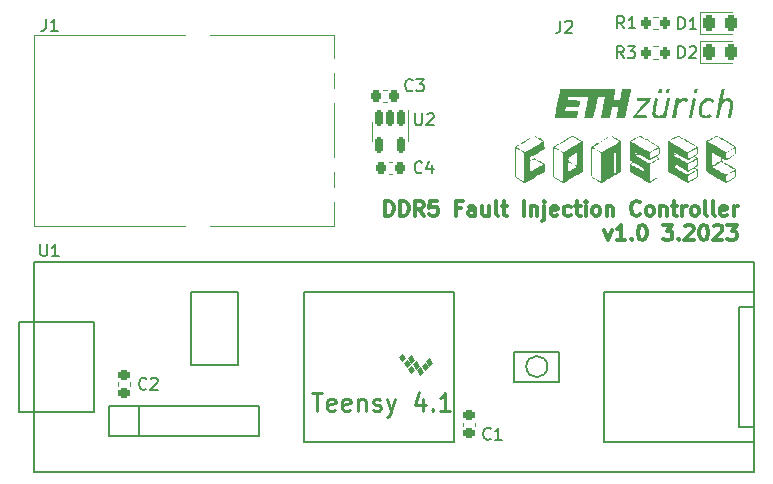
<source format=gto>
G04 #@! TF.GenerationSoftware,KiCad,Pcbnew,6.0.9*
G04 #@! TF.CreationDate,2023-03-07T12:57:10+01:00*
G04 #@! TF.ProjectId,injection-controller,696e6a65-6374-4696-9f6e-2d636f6e7472,rev?*
G04 #@! TF.SameCoordinates,Original*
G04 #@! TF.FileFunction,Legend,Top*
G04 #@! TF.FilePolarity,Positive*
%FSLAX46Y46*%
G04 Gerber Fmt 4.6, Leading zero omitted, Abs format (unit mm)*
G04 Created by KiCad (PCBNEW 6.0.9) date 2023-03-07 12:57:10*
%MOMM*%
%LPD*%
G01*
G04 APERTURE LIST*
G04 Aperture macros list*
%AMRoundRect*
0 Rectangle with rounded corners*
0 $1 Rounding radius*
0 $2 $3 $4 $5 $6 $7 $8 $9 X,Y pos of 4 corners*
0 Add a 4 corners polygon primitive as box body*
4,1,4,$2,$3,$4,$5,$6,$7,$8,$9,$2,$3,0*
0 Add four circle primitives for the rounded corners*
1,1,$1+$1,$2,$3*
1,1,$1+$1,$4,$5*
1,1,$1+$1,$6,$7*
1,1,$1+$1,$8,$9*
0 Add four rect primitives between the rounded corners*
20,1,$1+$1,$2,$3,$4,$5,0*
20,1,$1+$1,$4,$5,$6,$7,0*
20,1,$1+$1,$6,$7,$8,$9,0*
20,1,$1+$1,$8,$9,$2,$3,0*%
G04 Aperture macros list end*
%ADD10C,0.300000*%
%ADD11C,0.250000*%
%ADD12C,0.150000*%
%ADD13C,0.120000*%
%ADD14C,0.100000*%
%ADD15R,0.600000X1.200000*%
%ADD16R,0.800000X1.400000*%
%ADD17RoundRect,0.225000X0.250000X-0.225000X0.250000X0.225000X-0.250000X0.225000X-0.250000X-0.225000X0*%
%ADD18RoundRect,0.243750X-0.243750X-0.456250X0.243750X-0.456250X0.243750X0.456250X-0.243750X0.456250X0*%
%ADD19RoundRect,0.150000X-0.150000X0.512500X-0.150000X-0.512500X0.150000X-0.512500X0.150000X0.512500X0*%
%ADD20RoundRect,0.200000X-0.200000X-0.275000X0.200000X-0.275000X0.200000X0.275000X-0.200000X0.275000X0*%
%ADD21RoundRect,0.225000X-0.225000X-0.250000X0.225000X-0.250000X0.225000X0.250000X-0.225000X0.250000X0*%
%ADD22C,2.000000*%
%ADD23C,2.100000*%
%ADD24O,2.100000X5.000000*%
%ADD25RoundRect,0.225000X0.225000X0.250000X-0.225000X0.250000X-0.225000X-0.250000X0.225000X-0.250000X0*%
%ADD26R,1.600000X1.600000*%
%ADD27C,1.600000*%
%ADD28R,1.300000X1.300000*%
%ADD29C,1.300000*%
%ADD30RoundRect,0.200000X0.200000X0.275000X-0.200000X0.275000X-0.200000X-0.275000X0.200000X-0.275000X0*%
G04 APERTURE END LIST*
D10*
X148678809Y-98382173D02*
X148678809Y-97112173D01*
X148981190Y-97112173D01*
X149162619Y-97172650D01*
X149283571Y-97293602D01*
X149344047Y-97414554D01*
X149404523Y-97656459D01*
X149404523Y-97837888D01*
X149344047Y-98079792D01*
X149283571Y-98200745D01*
X149162619Y-98321697D01*
X148981190Y-98382173D01*
X148678809Y-98382173D01*
X149948809Y-98382173D02*
X149948809Y-97112173D01*
X150251190Y-97112173D01*
X150432619Y-97172650D01*
X150553571Y-97293602D01*
X150614047Y-97414554D01*
X150674523Y-97656459D01*
X150674523Y-97837888D01*
X150614047Y-98079792D01*
X150553571Y-98200745D01*
X150432619Y-98321697D01*
X150251190Y-98382173D01*
X149948809Y-98382173D01*
X151944523Y-98382173D02*
X151521190Y-97777411D01*
X151218809Y-98382173D02*
X151218809Y-97112173D01*
X151702619Y-97112173D01*
X151823571Y-97172650D01*
X151884047Y-97233126D01*
X151944523Y-97354078D01*
X151944523Y-97535507D01*
X151884047Y-97656459D01*
X151823571Y-97716935D01*
X151702619Y-97777411D01*
X151218809Y-97777411D01*
X153093571Y-97112173D02*
X152488809Y-97112173D01*
X152428333Y-97716935D01*
X152488809Y-97656459D01*
X152609761Y-97595983D01*
X152912142Y-97595983D01*
X153033095Y-97656459D01*
X153093571Y-97716935D01*
X153154047Y-97837888D01*
X153154047Y-98140269D01*
X153093571Y-98261221D01*
X153033095Y-98321697D01*
X152912142Y-98382173D01*
X152609761Y-98382173D01*
X152488809Y-98321697D01*
X152428333Y-98261221D01*
X155089285Y-97716935D02*
X154665952Y-97716935D01*
X154665952Y-98382173D02*
X154665952Y-97112173D01*
X155270714Y-97112173D01*
X156298809Y-98382173D02*
X156298809Y-97716935D01*
X156238333Y-97595983D01*
X156117380Y-97535507D01*
X155875476Y-97535507D01*
X155754523Y-97595983D01*
X156298809Y-98321697D02*
X156177857Y-98382173D01*
X155875476Y-98382173D01*
X155754523Y-98321697D01*
X155694047Y-98200745D01*
X155694047Y-98079792D01*
X155754523Y-97958840D01*
X155875476Y-97898364D01*
X156177857Y-97898364D01*
X156298809Y-97837888D01*
X157447857Y-97535507D02*
X157447857Y-98382173D01*
X156903571Y-97535507D02*
X156903571Y-98200745D01*
X156964047Y-98321697D01*
X157085000Y-98382173D01*
X157266428Y-98382173D01*
X157387380Y-98321697D01*
X157447857Y-98261221D01*
X158234047Y-98382173D02*
X158113095Y-98321697D01*
X158052619Y-98200745D01*
X158052619Y-97112173D01*
X158536428Y-97535507D02*
X159020238Y-97535507D01*
X158717857Y-97112173D02*
X158717857Y-98200745D01*
X158778333Y-98321697D01*
X158899285Y-98382173D01*
X159020238Y-98382173D01*
X160411190Y-98382173D02*
X160411190Y-97112173D01*
X161015952Y-97535507D02*
X161015952Y-98382173D01*
X161015952Y-97656459D02*
X161076428Y-97595983D01*
X161197380Y-97535507D01*
X161378809Y-97535507D01*
X161499761Y-97595983D01*
X161560238Y-97716935D01*
X161560238Y-98382173D01*
X162165000Y-97535507D02*
X162165000Y-98624078D01*
X162104523Y-98745030D01*
X161983571Y-98805507D01*
X161923095Y-98805507D01*
X162165000Y-97112173D02*
X162104523Y-97172650D01*
X162165000Y-97233126D01*
X162225476Y-97172650D01*
X162165000Y-97112173D01*
X162165000Y-97233126D01*
X163253571Y-98321697D02*
X163132619Y-98382173D01*
X162890714Y-98382173D01*
X162769761Y-98321697D01*
X162709285Y-98200745D01*
X162709285Y-97716935D01*
X162769761Y-97595983D01*
X162890714Y-97535507D01*
X163132619Y-97535507D01*
X163253571Y-97595983D01*
X163314047Y-97716935D01*
X163314047Y-97837888D01*
X162709285Y-97958840D01*
X164402619Y-98321697D02*
X164281666Y-98382173D01*
X164039761Y-98382173D01*
X163918809Y-98321697D01*
X163858333Y-98261221D01*
X163797857Y-98140269D01*
X163797857Y-97777411D01*
X163858333Y-97656459D01*
X163918809Y-97595983D01*
X164039761Y-97535507D01*
X164281666Y-97535507D01*
X164402619Y-97595983D01*
X164765476Y-97535507D02*
X165249285Y-97535507D01*
X164946904Y-97112173D02*
X164946904Y-98200745D01*
X165007380Y-98321697D01*
X165128333Y-98382173D01*
X165249285Y-98382173D01*
X165672619Y-98382173D02*
X165672619Y-97535507D01*
X165672619Y-97112173D02*
X165612142Y-97172650D01*
X165672619Y-97233126D01*
X165733095Y-97172650D01*
X165672619Y-97112173D01*
X165672619Y-97233126D01*
X166458809Y-98382173D02*
X166337857Y-98321697D01*
X166277380Y-98261221D01*
X166216904Y-98140269D01*
X166216904Y-97777411D01*
X166277380Y-97656459D01*
X166337857Y-97595983D01*
X166458809Y-97535507D01*
X166640238Y-97535507D01*
X166761190Y-97595983D01*
X166821666Y-97656459D01*
X166882142Y-97777411D01*
X166882142Y-98140269D01*
X166821666Y-98261221D01*
X166761190Y-98321697D01*
X166640238Y-98382173D01*
X166458809Y-98382173D01*
X167426428Y-97535507D02*
X167426428Y-98382173D01*
X167426428Y-97656459D02*
X167486904Y-97595983D01*
X167607857Y-97535507D01*
X167789285Y-97535507D01*
X167910238Y-97595983D01*
X167970714Y-97716935D01*
X167970714Y-98382173D01*
X170268809Y-98261221D02*
X170208333Y-98321697D01*
X170026904Y-98382173D01*
X169905952Y-98382173D01*
X169724523Y-98321697D01*
X169603571Y-98200745D01*
X169543095Y-98079792D01*
X169482619Y-97837888D01*
X169482619Y-97656459D01*
X169543095Y-97414554D01*
X169603571Y-97293602D01*
X169724523Y-97172650D01*
X169905952Y-97112173D01*
X170026904Y-97112173D01*
X170208333Y-97172650D01*
X170268809Y-97233126D01*
X170994523Y-98382173D02*
X170873571Y-98321697D01*
X170813095Y-98261221D01*
X170752619Y-98140269D01*
X170752619Y-97777411D01*
X170813095Y-97656459D01*
X170873571Y-97595983D01*
X170994523Y-97535507D01*
X171175952Y-97535507D01*
X171296904Y-97595983D01*
X171357380Y-97656459D01*
X171417857Y-97777411D01*
X171417857Y-98140269D01*
X171357380Y-98261221D01*
X171296904Y-98321697D01*
X171175952Y-98382173D01*
X170994523Y-98382173D01*
X171962142Y-97535507D02*
X171962142Y-98382173D01*
X171962142Y-97656459D02*
X172022619Y-97595983D01*
X172143571Y-97535507D01*
X172325000Y-97535507D01*
X172445952Y-97595983D01*
X172506428Y-97716935D01*
X172506428Y-98382173D01*
X172929761Y-97535507D02*
X173413571Y-97535507D01*
X173111190Y-97112173D02*
X173111190Y-98200745D01*
X173171666Y-98321697D01*
X173292619Y-98382173D01*
X173413571Y-98382173D01*
X173836904Y-98382173D02*
X173836904Y-97535507D01*
X173836904Y-97777411D02*
X173897380Y-97656459D01*
X173957857Y-97595983D01*
X174078809Y-97535507D01*
X174199761Y-97535507D01*
X174804523Y-98382173D02*
X174683571Y-98321697D01*
X174623095Y-98261221D01*
X174562619Y-98140269D01*
X174562619Y-97777411D01*
X174623095Y-97656459D01*
X174683571Y-97595983D01*
X174804523Y-97535507D01*
X174985952Y-97535507D01*
X175106904Y-97595983D01*
X175167380Y-97656459D01*
X175227857Y-97777411D01*
X175227857Y-98140269D01*
X175167380Y-98261221D01*
X175106904Y-98321697D01*
X174985952Y-98382173D01*
X174804523Y-98382173D01*
X175953571Y-98382173D02*
X175832619Y-98321697D01*
X175772142Y-98200745D01*
X175772142Y-97112173D01*
X176618809Y-98382173D02*
X176497857Y-98321697D01*
X176437380Y-98200745D01*
X176437380Y-97112173D01*
X177586428Y-98321697D02*
X177465476Y-98382173D01*
X177223571Y-98382173D01*
X177102619Y-98321697D01*
X177042142Y-98200745D01*
X177042142Y-97716935D01*
X177102619Y-97595983D01*
X177223571Y-97535507D01*
X177465476Y-97535507D01*
X177586428Y-97595983D01*
X177646904Y-97716935D01*
X177646904Y-97837888D01*
X177042142Y-97958840D01*
X178191190Y-98382173D02*
X178191190Y-97535507D01*
X178191190Y-97777411D02*
X178251666Y-97656459D01*
X178312142Y-97595983D01*
X178433095Y-97535507D01*
X178554047Y-97535507D01*
X167245000Y-99580207D02*
X167547380Y-100426873D01*
X167849761Y-99580207D01*
X168998809Y-100426873D02*
X168273095Y-100426873D01*
X168635952Y-100426873D02*
X168635952Y-99156873D01*
X168515000Y-99338302D01*
X168394047Y-99459254D01*
X168273095Y-99519730D01*
X169543095Y-100305921D02*
X169603571Y-100366397D01*
X169543095Y-100426873D01*
X169482619Y-100366397D01*
X169543095Y-100305921D01*
X169543095Y-100426873D01*
X170389761Y-99156873D02*
X170510714Y-99156873D01*
X170631666Y-99217350D01*
X170692142Y-99277826D01*
X170752619Y-99398778D01*
X170813095Y-99640683D01*
X170813095Y-99943064D01*
X170752619Y-100184969D01*
X170692142Y-100305921D01*
X170631666Y-100366397D01*
X170510714Y-100426873D01*
X170389761Y-100426873D01*
X170268809Y-100366397D01*
X170208333Y-100305921D01*
X170147857Y-100184969D01*
X170087380Y-99943064D01*
X170087380Y-99640683D01*
X170147857Y-99398778D01*
X170208333Y-99277826D01*
X170268809Y-99217350D01*
X170389761Y-99156873D01*
X172204047Y-99156873D02*
X172990238Y-99156873D01*
X172566904Y-99640683D01*
X172748333Y-99640683D01*
X172869285Y-99701159D01*
X172929761Y-99761635D01*
X172990238Y-99882588D01*
X172990238Y-100184969D01*
X172929761Y-100305921D01*
X172869285Y-100366397D01*
X172748333Y-100426873D01*
X172385476Y-100426873D01*
X172264523Y-100366397D01*
X172204047Y-100305921D01*
X173534523Y-100305921D02*
X173595000Y-100366397D01*
X173534523Y-100426873D01*
X173474047Y-100366397D01*
X173534523Y-100305921D01*
X173534523Y-100426873D01*
X174078809Y-99277826D02*
X174139285Y-99217350D01*
X174260238Y-99156873D01*
X174562619Y-99156873D01*
X174683571Y-99217350D01*
X174744047Y-99277826D01*
X174804523Y-99398778D01*
X174804523Y-99519730D01*
X174744047Y-99701159D01*
X174018333Y-100426873D01*
X174804523Y-100426873D01*
X175590714Y-99156873D02*
X175711666Y-99156873D01*
X175832619Y-99217350D01*
X175893095Y-99277826D01*
X175953571Y-99398778D01*
X176014047Y-99640683D01*
X176014047Y-99943064D01*
X175953571Y-100184969D01*
X175893095Y-100305921D01*
X175832619Y-100366397D01*
X175711666Y-100426873D01*
X175590714Y-100426873D01*
X175469761Y-100366397D01*
X175409285Y-100305921D01*
X175348809Y-100184969D01*
X175288333Y-99943064D01*
X175288333Y-99640683D01*
X175348809Y-99398778D01*
X175409285Y-99277826D01*
X175469761Y-99217350D01*
X175590714Y-99156873D01*
X176497857Y-99277826D02*
X176558333Y-99217350D01*
X176679285Y-99156873D01*
X176981666Y-99156873D01*
X177102619Y-99217350D01*
X177163095Y-99277826D01*
X177223571Y-99398778D01*
X177223571Y-99519730D01*
X177163095Y-99701159D01*
X176437380Y-100426873D01*
X177223571Y-100426873D01*
X177646904Y-99156873D02*
X178433095Y-99156873D01*
X178009761Y-99640683D01*
X178191190Y-99640683D01*
X178312142Y-99701159D01*
X178372619Y-99761635D01*
X178433095Y-99882588D01*
X178433095Y-100184969D01*
X178372619Y-100305921D01*
X178312142Y-100366397D01*
X178191190Y-100426873D01*
X177828333Y-100426873D01*
X177707380Y-100366397D01*
X177646904Y-100305921D01*
D11*
X142471428Y-113378571D02*
X143328571Y-113378571D01*
X142900000Y-114878571D02*
X142900000Y-113378571D01*
X144400000Y-114807142D02*
X144257142Y-114878571D01*
X143971428Y-114878571D01*
X143828571Y-114807142D01*
X143757142Y-114664285D01*
X143757142Y-114092857D01*
X143828571Y-113950000D01*
X143971428Y-113878571D01*
X144257142Y-113878571D01*
X144400000Y-113950000D01*
X144471428Y-114092857D01*
X144471428Y-114235714D01*
X143757142Y-114378571D01*
X145685714Y-114807142D02*
X145542857Y-114878571D01*
X145257142Y-114878571D01*
X145114285Y-114807142D01*
X145042857Y-114664285D01*
X145042857Y-114092857D01*
X145114285Y-113950000D01*
X145257142Y-113878571D01*
X145542857Y-113878571D01*
X145685714Y-113950000D01*
X145757142Y-114092857D01*
X145757142Y-114235714D01*
X145042857Y-114378571D01*
X146400000Y-113878571D02*
X146400000Y-114878571D01*
X146400000Y-114021428D02*
X146471428Y-113950000D01*
X146614285Y-113878571D01*
X146828571Y-113878571D01*
X146971428Y-113950000D01*
X147042857Y-114092857D01*
X147042857Y-114878571D01*
X147685714Y-114807142D02*
X147828571Y-114878571D01*
X148114285Y-114878571D01*
X148257142Y-114807142D01*
X148328571Y-114664285D01*
X148328571Y-114592857D01*
X148257142Y-114450000D01*
X148114285Y-114378571D01*
X147900000Y-114378571D01*
X147757142Y-114307142D01*
X147685714Y-114164285D01*
X147685714Y-114092857D01*
X147757142Y-113950000D01*
X147900000Y-113878571D01*
X148114285Y-113878571D01*
X148257142Y-113950000D01*
X148828571Y-113878571D02*
X149185714Y-114878571D01*
X149542857Y-113878571D02*
X149185714Y-114878571D01*
X149042857Y-115235714D01*
X148971428Y-115307142D01*
X148828571Y-115378571D01*
X151900000Y-113878571D02*
X151900000Y-114878571D01*
X151542857Y-113307142D02*
X151185714Y-114378571D01*
X152114285Y-114378571D01*
X152685714Y-114735714D02*
X152757142Y-114807142D01*
X152685714Y-114878571D01*
X152614285Y-114807142D01*
X152685714Y-114735714D01*
X152685714Y-114878571D01*
X154185714Y-114878571D02*
X153328571Y-114878571D01*
X153757142Y-114878571D02*
X153757142Y-113378571D01*
X153614285Y-113592857D01*
X153471428Y-113735714D01*
X153328571Y-113807142D01*
D12*
G04 #@! TO.C,J2*
X163500497Y-81867723D02*
X163500497Y-82582009D01*
X163452878Y-82724866D01*
X163357640Y-82820104D01*
X163214783Y-82867723D01*
X163119545Y-82867723D01*
X163929069Y-81962962D02*
X163976688Y-81915343D01*
X164071926Y-81867723D01*
X164310021Y-81867723D01*
X164405259Y-81915343D01*
X164452878Y-81962962D01*
X164500497Y-82058200D01*
X164500497Y-82153438D01*
X164452878Y-82296295D01*
X163881450Y-82867723D01*
X164500497Y-82867723D01*
G04 #@! TO.C,C2*
X128453333Y-112997142D02*
X128405714Y-113044761D01*
X128262857Y-113092380D01*
X128167619Y-113092380D01*
X128024761Y-113044761D01*
X127929523Y-112949523D01*
X127881904Y-112854285D01*
X127834285Y-112663809D01*
X127834285Y-112520952D01*
X127881904Y-112330476D01*
X127929523Y-112235238D01*
X128024761Y-112140000D01*
X128167619Y-112092380D01*
X128262857Y-112092380D01*
X128405714Y-112140000D01*
X128453333Y-112187619D01*
X128834285Y-112187619D02*
X128881904Y-112140000D01*
X128977142Y-112092380D01*
X129215238Y-112092380D01*
X129310476Y-112140000D01*
X129358095Y-112187619D01*
X129405714Y-112282857D01*
X129405714Y-112378095D01*
X129358095Y-112520952D01*
X128786666Y-113092380D01*
X129405714Y-113092380D01*
G04 #@! TO.C,D2*
X173501904Y-84997380D02*
X173501904Y-83997380D01*
X173740000Y-83997380D01*
X173882857Y-84045000D01*
X173978095Y-84140238D01*
X174025714Y-84235476D01*
X174073333Y-84425952D01*
X174073333Y-84568809D01*
X174025714Y-84759285D01*
X173978095Y-84854523D01*
X173882857Y-84949761D01*
X173740000Y-84997380D01*
X173501904Y-84997380D01*
X174454285Y-84092619D02*
X174501904Y-84045000D01*
X174597142Y-83997380D01*
X174835238Y-83997380D01*
X174930476Y-84045000D01*
X174978095Y-84092619D01*
X175025714Y-84187857D01*
X175025714Y-84283095D01*
X174978095Y-84425952D01*
X174406666Y-84997380D01*
X175025714Y-84997380D01*
G04 #@! TO.C,C1*
X157603333Y-117237142D02*
X157555714Y-117284761D01*
X157412857Y-117332380D01*
X157317619Y-117332380D01*
X157174761Y-117284761D01*
X157079523Y-117189523D01*
X157031904Y-117094285D01*
X156984285Y-116903809D01*
X156984285Y-116760952D01*
X157031904Y-116570476D01*
X157079523Y-116475238D01*
X157174761Y-116380000D01*
X157317619Y-116332380D01*
X157412857Y-116332380D01*
X157555714Y-116380000D01*
X157603333Y-116427619D01*
X158555714Y-117332380D02*
X157984285Y-117332380D01*
X158270000Y-117332380D02*
X158270000Y-116332380D01*
X158174761Y-116475238D01*
X158079523Y-116570476D01*
X157984285Y-116618095D01*
G04 #@! TO.C,U2*
X151218095Y-89702380D02*
X151218095Y-90511904D01*
X151265714Y-90607142D01*
X151313333Y-90654761D01*
X151408571Y-90702380D01*
X151599047Y-90702380D01*
X151694285Y-90654761D01*
X151741904Y-90607142D01*
X151789523Y-90511904D01*
X151789523Y-89702380D01*
X152218095Y-89797619D02*
X152265714Y-89750000D01*
X152360952Y-89702380D01*
X152599047Y-89702380D01*
X152694285Y-89750000D01*
X152741904Y-89797619D01*
X152789523Y-89892857D01*
X152789523Y-89988095D01*
X152741904Y-90130952D01*
X152170476Y-90702380D01*
X152789523Y-90702380D01*
G04 #@! TO.C,R1*
X168913333Y-82492380D02*
X168580000Y-82016190D01*
X168341904Y-82492380D02*
X168341904Y-81492380D01*
X168722857Y-81492380D01*
X168818095Y-81540000D01*
X168865714Y-81587619D01*
X168913333Y-81682857D01*
X168913333Y-81825714D01*
X168865714Y-81920952D01*
X168818095Y-81968571D01*
X168722857Y-82016190D01*
X168341904Y-82016190D01*
X169865714Y-82492380D02*
X169294285Y-82492380D01*
X169580000Y-82492380D02*
X169580000Y-81492380D01*
X169484761Y-81635238D01*
X169389523Y-81730476D01*
X169294285Y-81778095D01*
G04 #@! TO.C,C3*
X150993333Y-87727142D02*
X150945714Y-87774761D01*
X150802857Y-87822380D01*
X150707619Y-87822380D01*
X150564761Y-87774761D01*
X150469523Y-87679523D01*
X150421904Y-87584285D01*
X150374285Y-87393809D01*
X150374285Y-87250952D01*
X150421904Y-87060476D01*
X150469523Y-86965238D01*
X150564761Y-86870000D01*
X150707619Y-86822380D01*
X150802857Y-86822380D01*
X150945714Y-86870000D01*
X150993333Y-86917619D01*
X151326666Y-86822380D02*
X151945714Y-86822380D01*
X151612380Y-87203333D01*
X151755238Y-87203333D01*
X151850476Y-87250952D01*
X151898095Y-87298571D01*
X151945714Y-87393809D01*
X151945714Y-87631904D01*
X151898095Y-87727142D01*
X151850476Y-87774761D01*
X151755238Y-87822380D01*
X151469523Y-87822380D01*
X151374285Y-87774761D01*
X151326666Y-87727142D01*
G04 #@! TO.C,J1*
X119956666Y-81722380D02*
X119956666Y-82436666D01*
X119909047Y-82579523D01*
X119813809Y-82674761D01*
X119670952Y-82722380D01*
X119575714Y-82722380D01*
X120956666Y-82722380D02*
X120385238Y-82722380D01*
X120670952Y-82722380D02*
X120670952Y-81722380D01*
X120575714Y-81865238D01*
X120480476Y-81960476D01*
X120385238Y-82008095D01*
G04 #@! TO.C,C4*
X151783333Y-94677142D02*
X151735714Y-94724761D01*
X151592857Y-94772380D01*
X151497619Y-94772380D01*
X151354761Y-94724761D01*
X151259523Y-94629523D01*
X151211904Y-94534285D01*
X151164285Y-94343809D01*
X151164285Y-94200952D01*
X151211904Y-94010476D01*
X151259523Y-93915238D01*
X151354761Y-93820000D01*
X151497619Y-93772380D01*
X151592857Y-93772380D01*
X151735714Y-93820000D01*
X151783333Y-93867619D01*
X152640476Y-94105714D02*
X152640476Y-94772380D01*
X152402380Y-93724761D02*
X152164285Y-94439047D01*
X152783333Y-94439047D01*
G04 #@! TO.C,U1*
X119478095Y-100782380D02*
X119478095Y-101591904D01*
X119525714Y-101687142D01*
X119573333Y-101734761D01*
X119668571Y-101782380D01*
X119859047Y-101782380D01*
X119954285Y-101734761D01*
X120001904Y-101687142D01*
X120049523Y-101591904D01*
X120049523Y-100782380D01*
X121049523Y-101782380D02*
X120478095Y-101782380D01*
X120763809Y-101782380D02*
X120763809Y-100782380D01*
X120668571Y-100925238D01*
X120573333Y-101020476D01*
X120478095Y-101068095D01*
G04 #@! TO.C,R3*
X168873333Y-85022380D02*
X168540000Y-84546190D01*
X168301904Y-85022380D02*
X168301904Y-84022380D01*
X168682857Y-84022380D01*
X168778095Y-84070000D01*
X168825714Y-84117619D01*
X168873333Y-84212857D01*
X168873333Y-84355714D01*
X168825714Y-84450952D01*
X168778095Y-84498571D01*
X168682857Y-84546190D01*
X168301904Y-84546190D01*
X169206666Y-84022380D02*
X169825714Y-84022380D01*
X169492380Y-84403333D01*
X169635238Y-84403333D01*
X169730476Y-84450952D01*
X169778095Y-84498571D01*
X169825714Y-84593809D01*
X169825714Y-84831904D01*
X169778095Y-84927142D01*
X169730476Y-84974761D01*
X169635238Y-85022380D01*
X169349523Y-85022380D01*
X169254285Y-84974761D01*
X169206666Y-84927142D01*
G04 #@! TO.C,D1*
X173501904Y-82557380D02*
X173501904Y-81557380D01*
X173740000Y-81557380D01*
X173882857Y-81605000D01*
X173978095Y-81700238D01*
X174025714Y-81795476D01*
X174073333Y-81985952D01*
X174073333Y-82128809D01*
X174025714Y-82319285D01*
X173978095Y-82414523D01*
X173882857Y-82509761D01*
X173740000Y-82557380D01*
X173501904Y-82557380D01*
X175025714Y-82557380D02*
X174454285Y-82557380D01*
X174740000Y-82557380D02*
X174740000Y-81557380D01*
X174644761Y-81700238D01*
X174549523Y-81795476D01*
X174454285Y-81843095D01*
D13*
G04 #@! TO.C,C2*
X126030000Y-112760580D02*
X126030000Y-112479420D01*
X127050000Y-112760580D02*
X127050000Y-112479420D01*
G04 #@! TO.C,D2*
X178050000Y-83545000D02*
X175365000Y-83545000D01*
X175365000Y-85465000D02*
X178050000Y-85465000D01*
X175365000Y-83545000D02*
X175365000Y-85465000D01*
G04 #@! TO.C,C1*
X155290000Y-116160580D02*
X155290000Y-115879420D01*
X156310000Y-116160580D02*
X156310000Y-115879420D01*
G04 #@! TO.C,U2*
X147520000Y-91230000D02*
X147520000Y-92030000D01*
X150640000Y-91230000D02*
X150640000Y-92030000D01*
X150640000Y-91230000D02*
X150640000Y-89430000D01*
X147520000Y-91230000D02*
X147520000Y-90430000D01*
G04 #@! TO.C,R1*
X171312742Y-82582500D02*
X171787258Y-82582500D01*
X171312742Y-81537500D02*
X171787258Y-81537500D01*
G04 #@! TO.C,G\u002A\u002A\u002A*
G36*
X172737781Y-87786168D02*
G01*
X172722489Y-87888259D01*
X172704099Y-87949487D01*
X172673697Y-87980288D01*
X172622366Y-87991095D01*
X172561613Y-87992357D01*
X172432083Y-87992357D01*
X172449881Y-87908465D01*
X172467968Y-87818225D01*
X172482298Y-87740681D01*
X172493976Y-87690941D01*
X172516241Y-87666181D01*
X172563990Y-87657700D01*
X172625930Y-87656788D01*
X172754943Y-87656788D01*
X172737781Y-87786168D01*
G37*
G36*
X174172262Y-88432857D02*
G01*
X174288888Y-88491816D01*
X174316110Y-88514534D01*
X174349992Y-88555563D01*
X174350568Y-88593020D01*
X174313786Y-88636676D01*
X174242905Y-88691119D01*
X174194318Y-88722778D01*
X174158794Y-88727858D01*
X174112547Y-88706193D01*
X174085734Y-88690010D01*
X173966269Y-88644540D01*
X173843276Y-88648728D01*
X173721925Y-88701344D01*
X173607384Y-88801161D01*
X173604442Y-88804490D01*
X173567735Y-88847676D01*
X173537945Y-88888804D01*
X173512825Y-88935023D01*
X173490131Y-88993480D01*
X173467618Y-89071325D01*
X173443040Y-89175704D01*
X173414154Y-89313767D01*
X173378713Y-89492662D01*
X173362949Y-89573404D01*
X173258539Y-90109024D01*
X172988301Y-90109024D01*
X173156039Y-89270101D01*
X173323778Y-88431179D01*
X173451973Y-88431179D01*
X173527796Y-88432624D01*
X173564193Y-88442222D01*
X173573364Y-88467869D01*
X173569048Y-88506944D01*
X173557928Y-88582709D01*
X173631453Y-88520842D01*
X173749316Y-88450535D01*
X173888233Y-88412348D01*
X174033963Y-88406412D01*
X174172262Y-88432857D01*
G37*
G36*
X175112577Y-87786168D02*
G01*
X175097259Y-87888278D01*
X175078904Y-87949516D01*
X175048761Y-87980314D01*
X174998077Y-87991110D01*
X174939636Y-87992357D01*
X174866913Y-87988408D01*
X174821260Y-87978331D01*
X174813333Y-87970849D01*
X174818085Y-87935493D01*
X174830363Y-87866546D01*
X174842710Y-87803065D01*
X174872086Y-87656788D01*
X175129740Y-87656788D01*
X175112577Y-87786168D01*
G37*
G36*
X172047256Y-87658594D02*
G01*
X172086358Y-87670819D01*
X172100451Y-87703674D01*
X172094345Y-87767369D01*
X172075015Y-87862022D01*
X172047063Y-87992357D01*
X171920137Y-87992357D01*
X171838264Y-87987631D01*
X171799308Y-87971911D01*
X171793211Y-87955607D01*
X171798759Y-87910420D01*
X171812917Y-87835801D01*
X171823457Y-87787823D01*
X171853704Y-87656788D01*
X171978335Y-87656788D01*
X172047256Y-87658594D01*
G37*
G36*
X176229891Y-88420162D02*
G01*
X176288491Y-88435372D01*
X176354048Y-88465347D01*
X176428438Y-88514030D01*
X176498061Y-88570432D01*
X176549315Y-88623567D01*
X176568618Y-88661674D01*
X176549833Y-88689068D01*
X176502526Y-88732781D01*
X176477891Y-88752382D01*
X176387164Y-88821582D01*
X176310190Y-88744608D01*
X176203419Y-88670348D01*
X176082935Y-88640391D01*
X175956683Y-88652176D01*
X175832613Y-88703147D01*
X175718670Y-88790742D01*
X175622802Y-88912403D01*
X175587848Y-88977220D01*
X175531416Y-89124384D01*
X175490223Y-89287380D01*
X175467800Y-89447297D01*
X175467683Y-89585221D01*
X175470312Y-89606314D01*
X175510923Y-89730597D01*
X175585659Y-89822416D01*
X175686741Y-89879465D01*
X175806390Y-89899437D01*
X175936828Y-89880024D01*
X176070276Y-89818920D01*
X176105972Y-89794860D01*
X176217307Y-89714209D01*
X176291193Y-89801911D01*
X176365078Y-89889613D01*
X176270785Y-89971919D01*
X176134610Y-90059309D01*
X175971350Y-90114501D01*
X175796256Y-90134842D01*
X175624578Y-90117679D01*
X175552224Y-90096915D01*
X175415866Y-90022689D01*
X175311707Y-89910984D01*
X175241086Y-89765707D01*
X175205340Y-89590766D01*
X175205806Y-89390067D01*
X175239781Y-89184274D01*
X175311802Y-88964555D01*
X175414366Y-88776404D01*
X175543031Y-88622993D01*
X175693356Y-88507492D01*
X175860902Y-88433072D01*
X176041227Y-88402905D01*
X176229891Y-88420162D01*
G37*
G36*
X174915593Y-88434768D02*
G01*
X174961348Y-88443919D01*
X174969312Y-88450538D01*
X174964748Y-88479676D01*
X174951291Y-88553301D01*
X174930118Y-88665267D01*
X174902408Y-88809429D01*
X174869340Y-88979640D01*
X174832091Y-89169752D01*
X174808493Y-89289461D01*
X174646572Y-90109024D01*
X174382203Y-90109024D01*
X174549942Y-89270101D01*
X174717681Y-88431179D01*
X174842946Y-88431179D01*
X174915593Y-88434768D01*
G37*
G36*
X172741153Y-88432735D02*
G01*
X172780840Y-88440900D01*
X172791637Y-88460917D01*
X172787044Y-88489258D01*
X172779028Y-88526764D01*
X172762790Y-88605755D01*
X172739811Y-88718826D01*
X172711574Y-88858576D01*
X172679560Y-89017601D01*
X172645252Y-89188498D01*
X172610130Y-89363865D01*
X172575678Y-89536298D01*
X172543376Y-89698395D01*
X172514707Y-89842752D01*
X172491153Y-89961967D01*
X172474195Y-90048637D01*
X172465315Y-90095359D01*
X172464349Y-90101352D01*
X172441084Y-90105687D01*
X172381474Y-90108469D01*
X172332275Y-90109024D01*
X172255103Y-90107433D01*
X172217704Y-90098406D01*
X172208236Y-90075559D01*
X172212537Y-90044492D01*
X172217175Y-89992777D01*
X172199345Y-89984980D01*
X172154052Y-90019175D01*
X172151881Y-90021133D01*
X172059110Y-90077062D01*
X171934962Y-90114582D01*
X171797021Y-90131655D01*
X171662872Y-90126244D01*
X171550098Y-90096308D01*
X171540828Y-90091964D01*
X171424150Y-90006947D01*
X171336943Y-89886295D01*
X171299847Y-89791641D01*
X171290874Y-89750888D01*
X171287041Y-89704853D01*
X171289223Y-89646110D01*
X171298295Y-89567233D01*
X171315130Y-89460799D01*
X171340604Y-89319381D01*
X171375591Y-89135555D01*
X171379517Y-89115223D01*
X171412030Y-88947351D01*
X171441883Y-88793881D01*
X171467474Y-88662992D01*
X171487202Y-88562865D01*
X171499464Y-88501679D01*
X171502069Y-88489258D01*
X171516612Y-88453964D01*
X171549525Y-88436689D01*
X171615352Y-88431358D01*
X171641131Y-88431179D01*
X171725739Y-88436819D01*
X171764078Y-88454496D01*
X171767398Y-88465269D01*
X171762486Y-88500025D01*
X171748782Y-88577160D01*
X171727835Y-88688470D01*
X171701195Y-88825755D01*
X171670409Y-88980813D01*
X171664146Y-89011971D01*
X171632404Y-89173791D01*
X171604615Y-89323548D01*
X171582381Y-89451936D01*
X171567304Y-89549651D01*
X171560988Y-89607387D01*
X171560894Y-89611581D01*
X171581463Y-89733775D01*
X171638873Y-89824707D01*
X171726675Y-89881245D01*
X171838422Y-89900259D01*
X171967668Y-89878619D01*
X172046119Y-89847174D01*
X172112929Y-89810258D01*
X172168244Y-89766447D01*
X172214777Y-89709459D01*
X172255239Y-89633010D01*
X172292343Y-89530818D01*
X172328799Y-89396602D01*
X172367321Y-89224079D01*
X172410619Y-89006967D01*
X172412075Y-88999415D01*
X172521533Y-88431179D01*
X172661217Y-88431179D01*
X172741153Y-88432735D01*
G37*
G36*
X171132704Y-88527977D02*
G01*
X171126643Y-88557248D01*
X171117474Y-88585812D01*
X171101877Y-88617826D01*
X171076535Y-88657443D01*
X171038128Y-88708817D01*
X170983339Y-88776102D01*
X170908848Y-88863452D01*
X170811338Y-88975023D01*
X170687489Y-89114968D01*
X170533984Y-89287440D01*
X170457395Y-89373353D01*
X170020094Y-89863800D01*
X170442019Y-89870878D01*
X170598195Y-89873707D01*
X170710115Y-89876882D01*
X170785141Y-89881529D01*
X170830637Y-89888776D01*
X170853966Y-89899750D01*
X170862491Y-89915578D01*
X170863590Y-89935410D01*
X170856280Y-90009538D01*
X170847673Y-90050945D01*
X170832109Y-90109024D01*
X169630406Y-90109024D01*
X169654089Y-90003621D01*
X169666696Y-89966569D01*
X169691568Y-89920336D01*
X169732146Y-89860559D01*
X169791868Y-89782875D01*
X169874173Y-89682922D01*
X169982499Y-89556336D01*
X170120287Y-89398754D01*
X170218711Y-89287310D01*
X170759652Y-88676402D01*
X170360070Y-88669293D01*
X170205386Y-88666482D01*
X170095386Y-88662537D01*
X170023156Y-88654619D01*
X169981783Y-88639889D01*
X169964351Y-88615508D01*
X169963948Y-88578637D01*
X169973659Y-88526438D01*
X169976621Y-88511844D01*
X169992754Y-88431179D01*
X171150225Y-88431179D01*
X171132704Y-88527977D01*
G37*
G36*
X166243397Y-87656808D02*
G01*
X166594988Y-87656913D01*
X166901217Y-87657170D01*
X167165216Y-87657647D01*
X167390117Y-87658412D01*
X167579053Y-87659532D01*
X167735155Y-87661076D01*
X167861556Y-87663111D01*
X167961388Y-87665704D01*
X168037782Y-87668924D01*
X168093871Y-87672838D01*
X168132787Y-87677514D01*
X168157662Y-87683019D01*
X168171628Y-87689421D01*
X168177818Y-87696789D01*
X168179362Y-87705189D01*
X168179390Y-87707288D01*
X168174377Y-87746869D01*
X168160787Y-87826011D01*
X168140790Y-87933784D01*
X168116558Y-88059253D01*
X168090263Y-88191486D01*
X168064075Y-88319552D01*
X168040165Y-88432517D01*
X168020706Y-88519449D01*
X168008702Y-88566697D01*
X168007073Y-88587011D01*
X168022469Y-88600155D01*
X168063462Y-88607659D01*
X168138623Y-88611053D01*
X168256522Y-88611869D01*
X168261650Y-88611870D01*
X168528080Y-88611870D01*
X168601032Y-88256941D01*
X168630084Y-88115833D01*
X168657791Y-87981681D01*
X168681318Y-87868189D01*
X168697828Y-87789062D01*
X168699862Y-87779400D01*
X168725741Y-87656788D01*
X169110797Y-87656788D01*
X169245259Y-87658012D01*
X169359414Y-87661382D01*
X169444279Y-87666449D01*
X169490870Y-87672763D01*
X169497006Y-87676148D01*
X169492357Y-87704616D01*
X169478585Y-87778698D01*
X169456665Y-87893381D01*
X169427573Y-88043650D01*
X169392282Y-88224491D01*
X169351768Y-88430891D01*
X169307007Y-88657834D01*
X169258973Y-88900307D01*
X169258584Y-88902266D01*
X169019009Y-90109024D01*
X168625013Y-90109024D01*
X168489011Y-90108497D01*
X168373327Y-90107043D01*
X168286806Y-90104853D01*
X168238294Y-90102120D01*
X168231016Y-90100488D01*
X168235872Y-90073678D01*
X168249349Y-90004530D01*
X168269811Y-89901301D01*
X168295623Y-89772252D01*
X168321361Y-89644390D01*
X168350517Y-89499497D01*
X168375757Y-89373186D01*
X168395447Y-89273714D01*
X168407949Y-89209340D01*
X168411707Y-89188292D01*
X168387722Y-89184697D01*
X168323078Y-89181850D01*
X168228739Y-89180115D01*
X168155316Y-89179756D01*
X168036241Y-89180867D01*
X167959146Y-89185275D01*
X167914410Y-89194592D01*
X167892415Y-89210430D01*
X167885773Y-89224929D01*
X167876523Y-89264628D01*
X167859380Y-89345425D01*
X167836319Y-89457744D01*
X167809315Y-89592007D01*
X167789982Y-89689563D01*
X167707343Y-90109024D01*
X166921999Y-90109024D01*
X167098967Y-89225841D01*
X167140289Y-89019054D01*
X167178189Y-88828315D01*
X167211507Y-88659535D01*
X167239087Y-88518625D01*
X167259770Y-88411498D01*
X167272398Y-88344064D01*
X167275935Y-88322386D01*
X167251797Y-88314516D01*
X167186074Y-88308071D01*
X167088800Y-88303715D01*
X166970011Y-88302113D01*
X166663849Y-88302113D01*
X166484793Y-89199116D01*
X166305738Y-90096118D01*
X165913194Y-90103243D01*
X165777475Y-90105195D01*
X165662084Y-90105880D01*
X165575879Y-90105322D01*
X165527720Y-90103548D01*
X165520650Y-90102118D01*
X165525514Y-90075271D01*
X165539157Y-90004935D01*
X165560154Y-89898230D01*
X165587082Y-89762273D01*
X165618515Y-89604183D01*
X165653030Y-89431081D01*
X165689203Y-89250084D01*
X165725608Y-89068311D01*
X165760823Y-88892882D01*
X165793423Y-88730915D01*
X165821983Y-88589529D01*
X165845079Y-88475842D01*
X165861288Y-88396975D01*
X165869149Y-88360193D01*
X165883016Y-88302113D01*
X164158422Y-88302113D01*
X164140508Y-88421572D01*
X164126895Y-88501045D01*
X164113506Y-88561820D01*
X164109003Y-88576450D01*
X164112095Y-88588452D01*
X164135616Y-88597501D01*
X164185272Y-88603976D01*
X164266768Y-88608259D01*
X164385809Y-88610729D01*
X164548101Y-88611768D01*
X164640246Y-88611870D01*
X164824833Y-88612361D01*
X164963791Y-88614109D01*
X165063112Y-88617518D01*
X165128785Y-88622998D01*
X165166801Y-88630954D01*
X165183151Y-88641794D01*
X165185081Y-88648902D01*
X165180049Y-88689856D01*
X165166731Y-88767360D01*
X165147794Y-88867515D01*
X165125907Y-88976418D01*
X165103737Y-89080171D01*
X165094451Y-89121164D01*
X165088712Y-89140238D01*
X165077118Y-89154650D01*
X165053036Y-89165162D01*
X165009833Y-89172538D01*
X164940876Y-89177542D01*
X164839534Y-89180939D01*
X164699171Y-89183491D01*
X164533980Y-89185697D01*
X163986857Y-89192662D01*
X163927425Y-89489512D01*
X165023899Y-89489512D01*
X164990791Y-89650843D01*
X164966677Y-89768660D01*
X164941000Y-89894571D01*
X164927581Y-89960599D01*
X164897478Y-90109024D01*
X163015805Y-90109024D01*
X163029704Y-90050945D01*
X163037130Y-90015905D01*
X163053196Y-89937415D01*
X163076688Y-89821539D01*
X163106392Y-89674339D01*
X163141097Y-89501879D01*
X163179589Y-89310223D01*
X163220654Y-89105432D01*
X163263081Y-88893571D01*
X163305655Y-88680703D01*
X163347164Y-88472891D01*
X163386395Y-88276198D01*
X163422135Y-88096687D01*
X163453170Y-87940422D01*
X163478288Y-87813465D01*
X163496276Y-87721881D01*
X163505920Y-87671731D01*
X163507235Y-87664055D01*
X163532443Y-87662990D01*
X163605644Y-87661972D01*
X163723205Y-87661012D01*
X163881494Y-87660122D01*
X164076879Y-87659313D01*
X164305725Y-87658596D01*
X164564402Y-87657982D01*
X164849275Y-87657483D01*
X165156712Y-87657110D01*
X165483081Y-87656875D01*
X165824749Y-87656788D01*
X165843313Y-87656788D01*
X166243397Y-87656808D01*
G37*
G36*
X177366201Y-87658407D02*
G01*
X177412252Y-87662541D01*
X177420447Y-87665668D01*
X177415624Y-87693360D01*
X177402543Y-87761274D01*
X177383284Y-87859051D01*
X177359930Y-87976334D01*
X177334561Y-88102764D01*
X177309259Y-88227983D01*
X177286104Y-88341633D01*
X177267178Y-88433356D01*
X177254561Y-88492793D01*
X177251861Y-88504731D01*
X177237484Y-88565377D01*
X177309606Y-88515132D01*
X177440525Y-88448864D01*
X177591736Y-88411383D01*
X177744330Y-88405434D01*
X177876947Y-88432821D01*
X177978997Y-88492600D01*
X178071697Y-88583332D01*
X178133484Y-88682026D01*
X178152608Y-88739333D01*
X178162975Y-88806652D01*
X178164010Y-88890529D01*
X178155138Y-88997512D01*
X178135786Y-89134147D01*
X178105379Y-89306983D01*
X178063343Y-89522566D01*
X178057000Y-89554044D01*
X177947455Y-90096118D01*
X177809851Y-90104030D01*
X177730752Y-90107208D01*
X177691725Y-90101719D01*
X177681365Y-90082785D01*
X177686615Y-90052403D01*
X177695764Y-90009919D01*
X177713115Y-89925246D01*
X177736962Y-89806863D01*
X177765602Y-89663248D01*
X177797329Y-89502880D01*
X177806921Y-89454160D01*
X177845201Y-89254613D01*
X177872120Y-89098572D01*
X177887704Y-88979191D01*
X177891982Y-88889621D01*
X177884980Y-88823015D01*
X177866724Y-88772524D01*
X177837243Y-88731303D01*
X177809872Y-88704233D01*
X177719752Y-88655034D01*
X177609814Y-88643305D01*
X177491456Y-88665398D01*
X177376075Y-88717665D01*
X177275071Y-88796458D01*
X177199843Y-88898130D01*
X177199005Y-88899741D01*
X177182036Y-88947827D01*
X177157675Y-89037491D01*
X177128123Y-89159587D01*
X177095584Y-89304967D01*
X177062259Y-89464483D01*
X177058358Y-89483912D01*
X177026461Y-89642927D01*
X176997249Y-89787573D01*
X176972503Y-89909097D01*
X176954008Y-89998745D01*
X176943547Y-90047765D01*
X176942812Y-90050945D01*
X176927756Y-90086018D01*
X176894724Y-90103330D01*
X176829194Y-90108804D01*
X176800443Y-90109024D01*
X176726976Y-90104656D01*
X176680436Y-90093492D01*
X176671870Y-90084830D01*
X176676831Y-90055209D01*
X176690891Y-89981138D01*
X176712813Y-89868746D01*
X176741360Y-89724164D01*
X176775295Y-89553523D01*
X176813383Y-89362952D01*
X176854386Y-89158582D01*
X176897068Y-88946543D01*
X176940192Y-88732966D01*
X176982522Y-88523980D01*
X177022821Y-88325717D01*
X177059852Y-88144306D01*
X177092379Y-87985877D01*
X177119165Y-87856562D01*
X177138974Y-87762490D01*
X177150569Y-87709792D01*
X177152543Y-87701961D01*
X177173487Y-87673392D01*
X177222735Y-87659712D01*
X177293121Y-87656788D01*
X177366201Y-87658407D01*
G37*
G04 #@! TO.C,C3*
X148519420Y-88780000D02*
X148800580Y-88780000D01*
X148519420Y-87760000D02*
X148800580Y-87760000D01*
G04 #@! TO.C,J1*
X118940000Y-83080000D02*
X144340000Y-83080000D01*
X144340000Y-83080000D02*
X144340000Y-99280000D01*
X144340000Y-99280000D02*
X118940000Y-99280000D01*
X118940000Y-99280000D02*
X118940000Y-83080000D01*
G04 #@! TO.C,G\u002A\u002A\u002A*
G36*
X162914249Y-94970091D02*
G01*
X162912789Y-94869174D01*
X162911408Y-94746842D01*
X162910118Y-94606326D01*
X162908930Y-94450860D01*
X162907857Y-94283677D01*
X162906908Y-94108010D01*
X162906096Y-93927091D01*
X162905432Y-93744153D01*
X162904927Y-93562430D01*
X162904594Y-93385153D01*
X162904442Y-93215557D01*
X162904485Y-93056874D01*
X162904732Y-92912337D01*
X162905196Y-92785178D01*
X162905888Y-92678631D01*
X162906820Y-92595928D01*
X162908002Y-92540303D01*
X162908045Y-92539545D01*
X163026356Y-92539545D01*
X163040445Y-92550533D01*
X163079428Y-92575668D01*
X163138381Y-92612055D01*
X163212377Y-92656796D01*
X163296492Y-92706994D01*
X163385801Y-92759752D01*
X163475377Y-92812173D01*
X163560297Y-92861359D01*
X163635633Y-92904415D01*
X163696463Y-92938442D01*
X163737859Y-92960544D01*
X163754520Y-92967853D01*
X163771995Y-92959722D01*
X163816305Y-92935986D01*
X163884569Y-92898267D01*
X163973909Y-92848189D01*
X164081445Y-92787375D01*
X164204298Y-92717448D01*
X164339588Y-92640033D01*
X164484436Y-92556752D01*
X164518753Y-92536967D01*
X164665485Y-92452235D01*
X164803271Y-92372506D01*
X164929229Y-92299457D01*
X165040474Y-92234770D01*
X165134125Y-92180123D01*
X165207298Y-92137197D01*
X165257112Y-92107670D01*
X165280683Y-92093223D01*
X165282070Y-92092226D01*
X165283638Y-92087091D01*
X165277430Y-92078577D01*
X165260752Y-92064993D01*
X165230908Y-92044649D01*
X165185204Y-92015852D01*
X165120945Y-91976913D01*
X165035436Y-91926140D01*
X164925983Y-91861843D01*
X164789891Y-91782329D01*
X164766360Y-91768604D01*
X164557141Y-91646595D01*
X163791749Y-92088122D01*
X163643896Y-92173599D01*
X163505446Y-92254002D01*
X163379178Y-92327690D01*
X163267876Y-92393022D01*
X163174321Y-92448359D01*
X163101294Y-92492058D01*
X163051577Y-92522480D01*
X163027952Y-92537984D01*
X163026356Y-92539545D01*
X162908045Y-92539545D01*
X162909447Y-92514988D01*
X162909813Y-92513797D01*
X162928813Y-92501744D01*
X162974134Y-92474783D01*
X163042417Y-92434834D01*
X163130303Y-92383817D01*
X163234434Y-92323654D01*
X163351448Y-92256265D01*
X163477988Y-92183572D01*
X163610695Y-92107495D01*
X163746209Y-92029955D01*
X163881171Y-91952872D01*
X164012222Y-91878168D01*
X164136003Y-91807764D01*
X164249155Y-91743580D01*
X164348318Y-91687538D01*
X164430134Y-91641557D01*
X164491244Y-91607560D01*
X164528287Y-91587466D01*
X164538075Y-91582708D01*
X164557575Y-91584748D01*
X164593199Y-91597876D01*
X164646877Y-91623125D01*
X164720542Y-91661525D01*
X164816126Y-91714110D01*
X164935560Y-91781912D01*
X165080777Y-91865962D01*
X165211718Y-91942601D01*
X165413509Y-92061145D01*
X165413145Y-94643361D01*
X165288817Y-94714612D01*
X165248324Y-94737892D01*
X165181720Y-94776271D01*
X165092629Y-94827659D01*
X164984675Y-94889963D01*
X164861483Y-94961091D01*
X164726675Y-95038951D01*
X164583877Y-95121452D01*
X164463212Y-95191184D01*
X164321583Y-95272871D01*
X164189050Y-95348981D01*
X164068569Y-95417839D01*
X163963098Y-95477773D01*
X163875592Y-95527106D01*
X163809010Y-95564165D01*
X163766308Y-95587275D01*
X163750501Y-95594780D01*
X163733265Y-95585934D01*
X163690408Y-95561847D01*
X163625860Y-95524789D01*
X163543550Y-95477031D01*
X163447406Y-95420841D01*
X163341358Y-95358490D01*
X163335484Y-95355027D01*
X163228893Y-95292253D01*
X163131918Y-95235321D01*
X163048510Y-95186534D01*
X162982621Y-95148199D01*
X162938201Y-95122620D01*
X162919202Y-95112104D01*
X162918993Y-95112016D01*
X162917362Y-95094745D01*
X162916210Y-95059587D01*
X162974835Y-95059587D01*
X163279669Y-95235786D01*
X163375425Y-95291235D01*
X163464087Y-95342763D01*
X163540207Y-95387188D01*
X163598335Y-95421330D01*
X163633023Y-95442007D01*
X163636025Y-95443847D01*
X163673909Y-95465283D01*
X163698792Y-95475794D01*
X163700426Y-95475999D01*
X163702553Y-95459329D01*
X163704570Y-95411041D01*
X163706449Y-95333864D01*
X163708160Y-95230528D01*
X163709676Y-95103762D01*
X163710966Y-94956295D01*
X163712002Y-94790857D01*
X163712588Y-94650186D01*
X164194172Y-94650186D01*
X164554908Y-94442582D01*
X164915644Y-94234977D01*
X164562090Y-94031292D01*
X164462623Y-93974155D01*
X164373377Y-93923208D01*
X164298544Y-93880818D01*
X164242316Y-93849351D01*
X164208883Y-93831174D01*
X164201354Y-93827607D01*
X164199350Y-93843997D01*
X164197562Y-93890037D01*
X164196071Y-93961027D01*
X164194959Y-94052270D01*
X164194309Y-94159067D01*
X164194172Y-94238896D01*
X164194172Y-94650186D01*
X163712588Y-94650186D01*
X163712755Y-94610178D01*
X163713197Y-94416985D01*
X163713307Y-94258336D01*
X163713307Y-93568369D01*
X164194435Y-93568369D01*
X164196339Y-93634248D01*
X164201122Y-93687950D01*
X164207809Y-93719123D01*
X164208849Y-93721113D01*
X164226445Y-93734734D01*
X164268773Y-93762430D01*
X164330765Y-93801193D01*
X164407355Y-93848019D01*
X164493473Y-93899900D01*
X164584053Y-93953831D01*
X164674028Y-94006806D01*
X164758330Y-94055817D01*
X164831890Y-94097859D01*
X164889643Y-94129926D01*
X164926519Y-94149012D01*
X164936937Y-94153035D01*
X164939970Y-94136729D01*
X164942749Y-94090004D01*
X164945187Y-94016789D01*
X164947197Y-93921013D01*
X164948694Y-93806604D01*
X164949591Y-93677491D01*
X164949818Y-93568025D01*
X164949818Y-92982142D01*
X164911177Y-93007117D01*
X164884895Y-93023032D01*
X164833929Y-93052982D01*
X164763428Y-93093975D01*
X164678538Y-93143021D01*
X164584409Y-93197129D01*
X164563408Y-93209165D01*
X164468572Y-93263894D01*
X164382541Y-93314306D01*
X164310301Y-93357416D01*
X164256840Y-93390242D01*
X164227145Y-93409800D01*
X164224226Y-93412086D01*
X164207946Y-93433842D01*
X164198646Y-93469583D01*
X164194794Y-93527346D01*
X164194435Y-93568369D01*
X163713307Y-93568369D01*
X163713307Y-93040384D01*
X163369821Y-92840957D01*
X163270589Y-92783556D01*
X163180347Y-92731757D01*
X163103642Y-92688138D01*
X163045025Y-92655277D01*
X163009041Y-92635754D01*
X163000585Y-92631650D01*
X162995601Y-92632739D01*
X162991294Y-92641606D01*
X162987616Y-92660509D01*
X162984518Y-92691701D01*
X162981953Y-92737440D01*
X162979873Y-92799981D01*
X162978228Y-92881581D01*
X162976972Y-92984493D01*
X162976057Y-93110976D01*
X162975434Y-93263284D01*
X162975055Y-93443674D01*
X162974872Y-93654401D01*
X162974835Y-93840678D01*
X162974835Y-95059587D01*
X162916210Y-95059587D01*
X162915777Y-95046359D01*
X162914249Y-94970091D01*
G37*
G36*
X166190622Y-92491835D02*
G01*
X166270563Y-92444484D01*
X166368600Y-92387127D01*
X166481427Y-92321640D01*
X166605737Y-92249903D01*
X166738222Y-92173793D01*
X166875577Y-92095188D01*
X167014494Y-92015966D01*
X167151665Y-91938006D01*
X167283785Y-91863184D01*
X167407545Y-91793380D01*
X167519639Y-91730470D01*
X167616760Y-91676334D01*
X167695601Y-91632849D01*
X167752854Y-91601893D01*
X167785214Y-91585345D01*
X167790875Y-91583079D01*
X167817145Y-91589934D01*
X167870410Y-91613811D01*
X167948503Y-91653587D01*
X168049257Y-91708136D01*
X168170504Y-91776333D01*
X168238594Y-91815464D01*
X168650764Y-92053841D01*
X168654954Y-93348601D01*
X168659143Y-94643361D01*
X168450498Y-94762809D01*
X168241854Y-94882258D01*
X168158639Y-94835798D01*
X168109812Y-94810074D01*
X168072508Y-94793202D01*
X168059080Y-94789338D01*
X168049854Y-94804975D01*
X168041998Y-94845749D01*
X168037622Y-94896392D01*
X168032509Y-95003447D01*
X167835010Y-95118911D01*
X167761146Y-95161642D01*
X167697967Y-95197341D01*
X167651335Y-95222758D01*
X167627117Y-95234640D01*
X167625388Y-95235115D01*
X167605164Y-95227422D01*
X167565216Y-95206731D01*
X167525883Y-95184334D01*
X167478125Y-95156812D01*
X167443622Y-95138118D01*
X167431569Y-95132813D01*
X167428240Y-95148416D01*
X167426563Y-95188986D01*
X167426765Y-95236264D01*
X167425426Y-95293969D01*
X167419778Y-95337842D01*
X167412987Y-95355415D01*
X167391461Y-95370837D01*
X167348069Y-95398040D01*
X167289538Y-95433154D01*
X167222597Y-95472308D01*
X167153973Y-95511632D01*
X167090394Y-95547257D01*
X167038588Y-95575312D01*
X167005284Y-95591927D01*
X166996862Y-95594784D01*
X166979464Y-95585970D01*
X166936420Y-95561978D01*
X166871674Y-95525069D01*
X166789168Y-95477507D01*
X166692848Y-95421555D01*
X166586656Y-95359475D01*
X166581326Y-95356349D01*
X166473989Y-95293134D01*
X166375814Y-95234823D01*
X166290885Y-95183880D01*
X166223287Y-95142771D01*
X166177104Y-95113962D01*
X166156420Y-95099918D01*
X166156275Y-95099786D01*
X166152059Y-95088934D01*
X166148392Y-95063415D01*
X166145241Y-95021300D01*
X166142576Y-94960659D01*
X166140363Y-94879562D01*
X166138572Y-94776081D01*
X166137169Y-94648285D01*
X166136124Y-94494246D01*
X166135404Y-94312034D01*
X166134977Y-94099719D01*
X166134812Y-93855372D01*
X166134808Y-93802570D01*
X166134808Y-92606728D01*
X166202880Y-92606728D01*
X166207485Y-93830315D01*
X166212090Y-95053903D01*
X166401001Y-95163929D01*
X166495493Y-95219049D01*
X166600620Y-95280510D01*
X166701456Y-95339580D01*
X166761650Y-95374921D01*
X166830437Y-95414761D01*
X166888436Y-95447225D01*
X166929270Y-95468821D01*
X166946268Y-95476088D01*
X166948395Y-95459403D01*
X166950412Y-95411101D01*
X166952291Y-95333910D01*
X166954003Y-95230561D01*
X166955518Y-95103784D01*
X166956020Y-95046444D01*
X167440014Y-95046444D01*
X167504415Y-95088618D01*
X167543966Y-95114155D01*
X167569126Y-95129713D01*
X167573111Y-95131803D01*
X167573935Y-95115358D01*
X167574707Y-95067748D01*
X167575412Y-94992153D01*
X167576034Y-94891756D01*
X167576558Y-94769739D01*
X167576772Y-94696718D01*
X168058269Y-94696718D01*
X168122671Y-94734046D01*
X168162791Y-94756865D01*
X168187861Y-94770298D01*
X168191366Y-94771770D01*
X168192190Y-94755204D01*
X168192963Y-94707477D01*
X168193668Y-94631774D01*
X168194290Y-94531281D01*
X168194815Y-94409182D01*
X168195226Y-94268665D01*
X168195509Y-94112914D01*
X168195648Y-93945115D01*
X168195660Y-93878615D01*
X168195660Y-92985067D01*
X168127097Y-93024221D01*
X168058534Y-93063374D01*
X168058402Y-93880046D01*
X168058269Y-94696718D01*
X167576772Y-94696718D01*
X167576970Y-94629282D01*
X167577253Y-94473568D01*
X167577392Y-94305779D01*
X167577404Y-94238678D01*
X167577404Y-93344544D01*
X167508709Y-93383153D01*
X167440014Y-93421761D01*
X167440014Y-95046444D01*
X166956020Y-95046444D01*
X166956808Y-94956308D01*
X166957844Y-94790863D01*
X166958597Y-94610179D01*
X166959039Y-94416985D01*
X166959148Y-94258436D01*
X166959148Y-93040583D01*
X166843225Y-92973438D01*
X166694936Y-92887562D01*
X166573518Y-92817290D01*
X166476136Y-92760988D01*
X166399950Y-92717023D01*
X166342125Y-92683762D01*
X166299823Y-92659571D01*
X166270206Y-92642819D01*
X166250438Y-92631870D01*
X166241832Y-92627254D01*
X166202880Y-92606728D01*
X166134808Y-92606728D01*
X166134808Y-92542719D01*
X166276211Y-92542719D01*
X166291582Y-92554519D01*
X166331788Y-92580404D01*
X166391829Y-92617434D01*
X166466707Y-92662672D01*
X166551423Y-92713180D01*
X166640978Y-92766020D01*
X166730374Y-92818253D01*
X166814612Y-92866941D01*
X166888694Y-92909147D01*
X166947620Y-92941931D01*
X166986392Y-92962356D01*
X166999425Y-92967817D01*
X167016685Y-92959680D01*
X167060802Y-92935905D01*
X167128934Y-92898099D01*
X167218236Y-92847874D01*
X167325862Y-92786837D01*
X167448969Y-92716598D01*
X167584712Y-92638766D01*
X167730246Y-92554951D01*
X167777114Y-92527883D01*
X167954048Y-92425377D01*
X168102934Y-92338510D01*
X168225674Y-92266098D01*
X168324167Y-92206960D01*
X168400313Y-92159915D01*
X168456014Y-92123778D01*
X168493168Y-92097369D01*
X168513676Y-92079505D01*
X168519438Y-92069005D01*
X168518244Y-92066776D01*
X168497538Y-92052791D01*
X168451466Y-92024496D01*
X168384521Y-91984558D01*
X168301195Y-91935641D01*
X168205981Y-91880413D01*
X168147666Y-91846875D01*
X167799132Y-91647046D01*
X167211696Y-91986832D01*
X167073856Y-92066545D01*
X166938099Y-92145022D01*
X166808990Y-92219627D01*
X166691093Y-92287724D01*
X166588973Y-92346675D01*
X166507194Y-92393845D01*
X166450322Y-92426597D01*
X166447948Y-92427961D01*
X166379734Y-92468441D01*
X166324597Y-92503592D01*
X166288206Y-92529627D01*
X166276211Y-92542719D01*
X166134808Y-92542719D01*
X166134808Y-92525202D01*
X166190622Y-92491835D01*
G37*
G36*
X170771724Y-95439700D02*
G01*
X170691141Y-95392865D01*
X170586695Y-95332310D01*
X170464294Y-95261452D01*
X170329844Y-95183707D01*
X170189251Y-95102490D01*
X170048420Y-95021217D01*
X169968073Y-94974890D01*
X169843512Y-94902806D01*
X169727761Y-94835266D01*
X169624357Y-94774374D01*
X169536837Y-94722237D01*
X169468737Y-94680961D01*
X169423593Y-94652652D01*
X169405251Y-94639748D01*
X169396030Y-94624908D01*
X169389520Y-94598601D01*
X169385434Y-94556132D01*
X169383483Y-94492804D01*
X169383380Y-94403921D01*
X169384562Y-94302571D01*
X169388808Y-94019301D01*
X169522375Y-94019301D01*
X169557032Y-94039645D01*
X169614361Y-94073085D01*
X169690357Y-94117301D01*
X169781014Y-94169973D01*
X169882326Y-94228779D01*
X169990287Y-94291398D01*
X170100894Y-94355509D01*
X170210140Y-94418792D01*
X170314019Y-94478926D01*
X170408526Y-94533589D01*
X170489657Y-94580461D01*
X170553404Y-94617221D01*
X170595764Y-94641548D01*
X170612730Y-94651121D01*
X170612867Y-94651179D01*
X170614835Y-94635764D01*
X170616201Y-94594198D01*
X170616729Y-94534677D01*
X170616706Y-94518851D01*
X170616251Y-94385754D01*
X170432088Y-94281760D01*
X170350957Y-94235721D01*
X170250601Y-94178428D01*
X170141494Y-94115879D01*
X170034109Y-94054074D01*
X169987506Y-94027158D01*
X169727087Y-93876550D01*
X169614018Y-93941581D01*
X169553939Y-93979108D01*
X169523209Y-94005479D01*
X169522375Y-94019301D01*
X169388808Y-94019301D01*
X169389236Y-93990758D01*
X169523137Y-93910473D01*
X169657038Y-93830187D01*
X169544034Y-93766992D01*
X169485414Y-93732776D01*
X169436559Y-93701678D01*
X169407254Y-93679958D01*
X169405840Y-93678606D01*
X169399800Y-93668394D01*
X169394785Y-93649005D01*
X169390707Y-93617565D01*
X169387476Y-93571202D01*
X169385004Y-93507041D01*
X169383202Y-93422211D01*
X169381984Y-93313836D01*
X169381790Y-93277737D01*
X169908166Y-93277737D01*
X169908884Y-93279275D01*
X169926909Y-93290743D01*
X169970439Y-93316661D01*
X170035495Y-93354746D01*
X170118093Y-93402719D01*
X170214253Y-93458297D01*
X170319993Y-93519199D01*
X170431332Y-93583145D01*
X170544287Y-93647852D01*
X170654878Y-93711041D01*
X170759122Y-93770428D01*
X170853038Y-93823733D01*
X170932644Y-93868676D01*
X170993959Y-93902973D01*
X171033002Y-93924345D01*
X171045759Y-93930649D01*
X171062609Y-93922444D01*
X171105041Y-93899380D01*
X171168900Y-93863786D01*
X171250030Y-93817992D01*
X171344274Y-93764326D01*
X171420019Y-93720913D01*
X171520839Y-93662612D01*
X171610983Y-93609793D01*
X171686409Y-93564880D01*
X171743077Y-93530299D01*
X171776945Y-93508474D01*
X171784954Y-93501947D01*
X171770975Y-93489923D01*
X171734134Y-93466780D01*
X171682036Y-93437258D01*
X171675310Y-93433615D01*
X171565690Y-93374511D01*
X171305561Y-93524538D01*
X171045432Y-93674564D01*
X170397492Y-93299164D01*
X171080852Y-93299164D01*
X171081347Y-93388079D01*
X171082709Y-93463380D01*
X171084756Y-93519083D01*
X171087304Y-93549206D01*
X171088610Y-93552827D01*
X171105500Y-93544705D01*
X171146415Y-93522439D01*
X171205699Y-93489173D01*
X171277698Y-93448053D01*
X171298988Y-93435779D01*
X171393942Y-93381212D01*
X171497548Y-93322133D01*
X171596489Y-93266114D01*
X171669049Y-93225401D01*
X171836489Y-93132069D01*
X171836493Y-92869822D01*
X171836498Y-92607575D01*
X171754398Y-92655150D01*
X171713605Y-92678790D01*
X171649362Y-92716021D01*
X171567938Y-92763209D01*
X171475600Y-92816723D01*
X171378618Y-92872929D01*
X171376575Y-92874113D01*
X171080852Y-93045501D01*
X171080852Y-93299164D01*
X170397492Y-93299164D01*
X170120766Y-93138836D01*
X170008456Y-93203431D01*
X169956674Y-93235454D01*
X169921130Y-93261833D01*
X169908166Y-93277737D01*
X169381790Y-93277737D01*
X169381258Y-93179045D01*
X169381100Y-93097722D01*
X169844341Y-93097722D01*
X169846458Y-93149393D01*
X169851918Y-93183578D01*
X169857221Y-93191885D01*
X169878017Y-93183632D01*
X169918155Y-93162650D01*
X169953787Y-93142324D01*
X170037473Y-93093056D01*
X169960865Y-93048161D01*
X169903361Y-93016642D01*
X169868670Y-93006697D01*
X169851093Y-93020751D01*
X169844931Y-93061228D01*
X169844341Y-93097722D01*
X169381100Y-93097722D01*
X169380939Y-93014964D01*
X169380912Y-92868943D01*
X169381235Y-92707716D01*
X169382054Y-92556877D01*
X169383312Y-92419932D01*
X169384955Y-92300388D01*
X169386925Y-92201751D01*
X169389167Y-92127528D01*
X169391182Y-92089534D01*
X169523300Y-92089534D01*
X169527634Y-92097909D01*
X169529289Y-92098930D01*
X169550080Y-92110804D01*
X169597627Y-92138131D01*
X169668938Y-92179186D01*
X169761024Y-92232245D01*
X169870896Y-92295587D01*
X169995564Y-92367486D01*
X170132036Y-92446220D01*
X170277324Y-92530066D01*
X170299297Y-92542749D01*
X170444589Y-92626533D01*
X170580685Y-92704860D01*
X170704726Y-92776095D01*
X170813850Y-92838601D01*
X170905198Y-92890745D01*
X170975909Y-92930890D01*
X171023123Y-92957401D01*
X171043979Y-92968643D01*
X171044712Y-92968919D01*
X171060936Y-92960724D01*
X171102795Y-92937689D01*
X171166171Y-92902132D01*
X171246945Y-92856373D01*
X171341001Y-92802734D01*
X171418108Y-92758540D01*
X171519116Y-92700191D01*
X171609450Y-92647364D01*
X171685078Y-92602468D01*
X171741966Y-92567916D01*
X171776083Y-92546118D01*
X171784303Y-92539574D01*
X171769896Y-92529284D01*
X171729002Y-92504033D01*
X171665027Y-92465777D01*
X171581377Y-92416471D01*
X171481457Y-92358071D01*
X171368673Y-92292532D01*
X171246432Y-92221808D01*
X171118140Y-92147856D01*
X170987201Y-92072632D01*
X170857023Y-91998089D01*
X170731011Y-91926184D01*
X170612571Y-91858872D01*
X170505109Y-91798109D01*
X170412031Y-91745849D01*
X170336743Y-91704048D01*
X170282651Y-91674662D01*
X170253161Y-91659645D01*
X170248892Y-91658093D01*
X170229557Y-91666386D01*
X170184819Y-91689644D01*
X170118938Y-91725520D01*
X170036178Y-91771670D01*
X169940802Y-91825747D01*
X169864178Y-91869739D01*
X169749196Y-91936474D01*
X169661346Y-91988524D01*
X169597730Y-92027871D01*
X169555450Y-92056499D01*
X169531606Y-92076392D01*
X169523300Y-92089534D01*
X169391182Y-92089534D01*
X169391623Y-92081226D01*
X169393793Y-92066501D01*
X169412549Y-92052205D01*
X169456507Y-92024162D01*
X169520936Y-91985068D01*
X169601111Y-91937617D01*
X169692301Y-91884507D01*
X169789780Y-91828433D01*
X169888818Y-91772091D01*
X169984688Y-91718178D01*
X170072661Y-91669389D01*
X170148009Y-91628420D01*
X170206005Y-91597967D01*
X170241919Y-91580727D01*
X170250791Y-91577844D01*
X170270083Y-91586220D01*
X170316210Y-91610287D01*
X170386323Y-91648448D01*
X170477576Y-91699108D01*
X170587122Y-91760673D01*
X170712113Y-91831547D01*
X170849702Y-91910134D01*
X170997042Y-91994839D01*
X171062304Y-92032525D01*
X171213149Y-92119644D01*
X171355547Y-92201690D01*
X171486632Y-92277023D01*
X171603537Y-92344006D01*
X171703396Y-92401000D01*
X171783343Y-92446368D01*
X171840509Y-92478471D01*
X171872029Y-92495670D01*
X171876925Y-92498054D01*
X171886791Y-92505282D01*
X171894089Y-92521338D01*
X171899193Y-92550761D01*
X171902478Y-92598088D01*
X171904318Y-92667857D01*
X171905089Y-92764609D01*
X171905193Y-92840451D01*
X171905193Y-93172000D01*
X171776600Y-93246490D01*
X171718801Y-93280902D01*
X171674495Y-93309050D01*
X171650504Y-93326524D01*
X171648123Y-93329568D01*
X171662113Y-93341249D01*
X171699257Y-93364848D01*
X171752492Y-93395953D01*
X171772423Y-93407135D01*
X171896606Y-93476115D01*
X171896606Y-95105481D01*
X171475849Y-95350086D01*
X171367061Y-95413160D01*
X171268116Y-95470205D01*
X171182843Y-95519039D01*
X171115072Y-95557478D01*
X171068633Y-95583342D01*
X171047356Y-95594448D01*
X171046505Y-95594712D01*
X171029618Y-95586488D01*
X170987987Y-95563639D01*
X170926494Y-95528918D01*
X170861404Y-95491605D01*
X171080852Y-95491605D01*
X171458675Y-95274930D01*
X171836498Y-95058254D01*
X171836498Y-93572173D01*
X171523077Y-93753321D01*
X171425053Y-93809956D01*
X171333167Y-93863009D01*
X171253020Y-93909248D01*
X171190215Y-93945441D01*
X171150355Y-93968356D01*
X171145386Y-93971200D01*
X171081117Y-94007931D01*
X171080985Y-94749768D01*
X171080852Y-95491605D01*
X170861404Y-95491605D01*
X170850018Y-95485078D01*
X170771724Y-95439700D01*
G37*
G36*
X174025107Y-95444279D02*
G01*
X173937691Y-95393313D01*
X173829744Y-95330596D01*
X173710515Y-95261490D01*
X173589255Y-95191356D01*
X173475547Y-95125747D01*
X173289143Y-95018231D01*
X173130685Y-94926546D01*
X172998256Y-94849553D01*
X172889941Y-94786110D01*
X172803822Y-94735079D01*
X172737983Y-94695320D01*
X172690509Y-94665692D01*
X172659482Y-94645057D01*
X172642986Y-94632273D01*
X172639635Y-94628542D01*
X172637584Y-94608584D01*
X172635636Y-94557016D01*
X172633820Y-94476576D01*
X172632160Y-94370001D01*
X172630729Y-94243895D01*
X173160221Y-94243895D01*
X173161948Y-94245163D01*
X173206509Y-94272027D01*
X173272459Y-94311018D01*
X173355820Y-94359844D01*
X173452609Y-94416213D01*
X173558847Y-94477834D01*
X173670554Y-94542414D01*
X173783747Y-94607663D01*
X173894448Y-94671287D01*
X173998675Y-94730996D01*
X174092448Y-94784498D01*
X174171785Y-94829501D01*
X174232708Y-94863712D01*
X174271234Y-94884841D01*
X174283354Y-94890801D01*
X174302320Y-94883011D01*
X174346718Y-94860278D01*
X174412289Y-94824925D01*
X174494772Y-94779274D01*
X174589906Y-94725649D01*
X174664745Y-94682888D01*
X174792510Y-94608407D01*
X174891927Y-94548095D01*
X174962443Y-94502310D01*
X175003508Y-94471412D01*
X175014568Y-94455760D01*
X175014284Y-94455335D01*
X174991899Y-94437994D01*
X174949093Y-94411303D01*
X174905461Y-94386704D01*
X174811722Y-94336133D01*
X174551978Y-94485936D01*
X174292235Y-94635740D01*
X173828667Y-94368587D01*
X173644281Y-94262326D01*
X174326694Y-94262326D01*
X174327570Y-94350937D01*
X174329985Y-94425400D01*
X174333615Y-94479926D01*
X174338139Y-94508726D01*
X174340580Y-94511695D01*
X174358817Y-94501961D01*
X174402665Y-94477657D01*
X174467863Y-94441174D01*
X174550151Y-94394898D01*
X174645272Y-94341219D01*
X174718325Y-94299885D01*
X175082184Y-94093800D01*
X175082340Y-93569306D01*
X175000240Y-93616881D01*
X174959446Y-93640521D01*
X174895203Y-93677752D01*
X174813779Y-93724940D01*
X174721442Y-93778454D01*
X174624460Y-93834660D01*
X174622417Y-93835844D01*
X174326694Y-94007232D01*
X174326694Y-94262326D01*
X173644281Y-94262326D01*
X173365098Y-94101434D01*
X173252178Y-94166312D01*
X173192085Y-94203420D01*
X173161997Y-94228787D01*
X173160221Y-94243895D01*
X172630729Y-94243895D01*
X172630685Y-94240028D01*
X172629421Y-94089395D01*
X172629184Y-94050425D01*
X173090183Y-94050425D01*
X173092124Y-94104846D01*
X173097172Y-94142219D01*
X173103063Y-94153616D01*
X173123896Y-94145365D01*
X173163975Y-94124415D01*
X173198502Y-94104713D01*
X173281060Y-94056104D01*
X173241436Y-94030271D01*
X173197781Y-94003996D01*
X173147292Y-93976357D01*
X173145998Y-93975689D01*
X173090183Y-93946941D01*
X173090183Y-94050425D01*
X172629184Y-94050425D01*
X172628555Y-93946941D01*
X172628396Y-93920839D01*
X172627635Y-93737099D01*
X172627167Y-93540910D01*
X172627017Y-93346741D01*
X172627078Y-93272651D01*
X173147758Y-93272651D01*
X173168746Y-93287295D01*
X173215026Y-93315711D01*
X173282616Y-93355664D01*
X173367533Y-93404920D01*
X173465793Y-93461246D01*
X173573416Y-93522407D01*
X173686417Y-93586170D01*
X173800814Y-93650300D01*
X173912625Y-93712564D01*
X174017866Y-93770728D01*
X174112554Y-93822557D01*
X174192708Y-93865818D01*
X174254345Y-93898278D01*
X174293481Y-93917701D01*
X174306014Y-93922325D01*
X174326716Y-93911660D01*
X174372664Y-93886306D01*
X174439380Y-93848791D01*
X174522387Y-93801640D01*
X174617208Y-93747378D01*
X174675249Y-93713993D01*
X174773747Y-93657158D01*
X174861898Y-93606155D01*
X174935477Y-93563440D01*
X174990261Y-93531467D01*
X175022023Y-93512693D01*
X175028270Y-93508788D01*
X175019333Y-93497481D01*
X174988957Y-93475405D01*
X174945987Y-93447991D01*
X174899274Y-93420666D01*
X174857665Y-93398861D01*
X174832305Y-93388550D01*
X174804385Y-93392038D01*
X174753782Y-93412300D01*
X174678783Y-93450149D01*
X174577676Y-93506403D01*
X174543890Y-93525890D01*
X174290838Y-93672769D01*
X173644252Y-93298989D01*
X174326694Y-93298989D01*
X174327539Y-93387902D01*
X174329868Y-93462687D01*
X174333371Y-93517574D01*
X174337738Y-93546792D01*
X174340166Y-93549964D01*
X174358284Y-93540231D01*
X174402020Y-93515930D01*
X174467120Y-93479450D01*
X174549329Y-93433179D01*
X174644393Y-93379505D01*
X174717463Y-93338155D01*
X175081288Y-93132069D01*
X175082340Y-92604319D01*
X175043699Y-92628852D01*
X175017944Y-92644306D01*
X174967215Y-92673999D01*
X174896356Y-92715124D01*
X174810212Y-92764873D01*
X174713628Y-92820437D01*
X174665876Y-92847836D01*
X174326694Y-93042288D01*
X174326694Y-93298989D01*
X173644252Y-93298989D01*
X173364852Y-93137473D01*
X173253723Y-93202481D01*
X173201296Y-93234149D01*
X173163685Y-93258794D01*
X173147771Y-93271862D01*
X173147758Y-93272651D01*
X172627078Y-93272651D01*
X172627185Y-93141363D01*
X172627315Y-93089135D01*
X173090183Y-93089135D01*
X173092132Y-93143425D01*
X173097199Y-93180646D01*
X173103063Y-93191885D01*
X173123854Y-93183632D01*
X173164000Y-93162646D01*
X173199776Y-93142238D01*
X173283609Y-93092885D01*
X173234124Y-93062436D01*
X173171825Y-93024345D01*
X173132670Y-93001170D01*
X173110721Y-92989548D01*
X173100041Y-92986115D01*
X173099374Y-92986092D01*
X173094526Y-93001699D01*
X173091195Y-93042262D01*
X173090183Y-93089135D01*
X172627315Y-93089135D01*
X172627670Y-92945885D01*
X172628446Y-92763040D01*
X172629485Y-92595561D01*
X172630761Y-92446181D01*
X172632247Y-92317633D01*
X172633916Y-92212650D01*
X172635740Y-92133964D01*
X172637693Y-92084309D01*
X172638194Y-92079724D01*
X172744863Y-92079724D01*
X173119315Y-92295238D01*
X173248445Y-92369627D01*
X173396571Y-92455073D01*
X173552980Y-92545389D01*
X173706962Y-92634390D01*
X173847805Y-92715889D01*
X173888763Y-92739613D01*
X173993965Y-92800448D01*
X174089071Y-92855217D01*
X174170146Y-92901673D01*
X174233257Y-92937569D01*
X174274471Y-92960658D01*
X174289830Y-92968696D01*
X174305770Y-92960578D01*
X174347376Y-92937637D01*
X174410545Y-92902184D01*
X174491176Y-92856530D01*
X174585166Y-92802988D01*
X174662836Y-92758540D01*
X174763989Y-92700221D01*
X174854500Y-92647416D01*
X174930330Y-92602532D01*
X174987442Y-92567977D01*
X175021795Y-92546157D01*
X175030199Y-92539574D01*
X175015847Y-92529606D01*
X174974474Y-92504187D01*
X174908861Y-92464951D01*
X174821785Y-92413529D01*
X174716024Y-92351554D01*
X174594358Y-92280656D01*
X174459566Y-92202469D01*
X174314425Y-92118624D01*
X174263928Y-92089529D01*
X174090886Y-91990046D01*
X173945073Y-91906628D01*
X173824068Y-91838000D01*
X173725450Y-91782889D01*
X173646798Y-91740019D01*
X173585691Y-91708116D01*
X173539709Y-91685905D01*
X173506430Y-91672113D01*
X173483434Y-91665465D01*
X173468300Y-91664686D01*
X173461152Y-91666916D01*
X173436258Y-91680743D01*
X173386423Y-91709082D01*
X173316410Y-91749200D01*
X173230983Y-91798364D01*
X173134907Y-91853841D01*
X173084967Y-91882743D01*
X172744863Y-92079724D01*
X172638194Y-92079724D01*
X172639635Y-92066529D01*
X172661299Y-92047535D01*
X172701203Y-92020579D01*
X172720947Y-92008684D01*
X172905099Y-91901952D01*
X173061249Y-91811992D01*
X173190891Y-91737973D01*
X173295516Y-91679064D01*
X173376618Y-91634434D01*
X173435688Y-91603251D01*
X173474220Y-91584686D01*
X173493706Y-91577906D01*
X173494722Y-91577844D01*
X173514507Y-91586196D01*
X173561193Y-91610210D01*
X173631970Y-91648322D01*
X173724022Y-91698966D01*
X173834539Y-91760580D01*
X173960705Y-91831597D01*
X174099710Y-91910455D01*
X174248739Y-91995588D01*
X174336235Y-92045829D01*
X175149742Y-92513814D01*
X175150388Y-92842640D01*
X175151035Y-93171467D01*
X175019395Y-93249045D01*
X174887754Y-93326622D01*
X174940745Y-93358149D01*
X174987809Y-93386152D01*
X175046118Y-93420849D01*
X175072385Y-93436481D01*
X175151035Y-93483286D01*
X175151035Y-94136099D01*
X175022414Y-94209406D01*
X174964540Y-94243339D01*
X174920266Y-94271104D01*
X174896436Y-94288331D01*
X174894162Y-94291299D01*
X174908200Y-94303085D01*
X174945363Y-94327192D01*
X174998761Y-94359239D01*
X175023152Y-94373316D01*
X175151773Y-94446746D01*
X175147111Y-94774943D01*
X175142448Y-95103140D01*
X174731816Y-95341236D01*
X174622842Y-95403622D01*
X174522134Y-95459760D01*
X174433893Y-95507426D01*
X174362322Y-95544398D01*
X174311624Y-95568455D01*
X174286000Y-95577373D01*
X174285298Y-95577376D01*
X174258343Y-95568297D01*
X174208160Y-95544611D01*
X174140918Y-95509476D01*
X174110042Y-95492313D01*
X174326694Y-95492313D01*
X174580007Y-95345024D01*
X174675301Y-95289689D01*
X174771018Y-95234237D01*
X174858633Y-95183599D01*
X174929623Y-95142704D01*
X174957648Y-95126633D01*
X175081975Y-95055531D01*
X175082157Y-94794718D01*
X175082340Y-94533904D01*
X174768919Y-94715052D01*
X174670895Y-94771687D01*
X174579009Y-94824740D01*
X174498862Y-94870979D01*
X174436057Y-94907172D01*
X174396197Y-94930087D01*
X174391228Y-94932931D01*
X174326959Y-94969662D01*
X174326826Y-95230987D01*
X174326694Y-95492313D01*
X174110042Y-95492313D01*
X174062788Y-95466046D01*
X174025107Y-95444279D01*
G37*
G36*
X176641765Y-95077408D02*
G01*
X176487135Y-94988138D01*
X176346967Y-94907214D01*
X176284503Y-94871151D01*
X176179817Y-94810256D01*
X176084922Y-94754190D01*
X176003915Y-94705444D01*
X175940894Y-94666510D01*
X175899958Y-94639879D01*
X175885414Y-94628533D01*
X175883418Y-94608594D01*
X175881627Y-94557027D01*
X175880059Y-94476555D01*
X175878731Y-94369898D01*
X175877662Y-94239777D01*
X175877593Y-94226603D01*
X176404028Y-94226603D01*
X176416008Y-94238354D01*
X176454191Y-94264378D01*
X176514660Y-94302437D01*
X176593499Y-94350296D01*
X176686791Y-94405715D01*
X176790621Y-94466459D01*
X176901071Y-94530290D01*
X177014226Y-94594969D01*
X177126168Y-94658261D01*
X177232982Y-94717928D01*
X177330751Y-94771733D01*
X177415558Y-94817438D01*
X177483488Y-94852805D01*
X177530624Y-94875599D01*
X177553049Y-94883581D01*
X177553857Y-94883453D01*
X177575192Y-94872485D01*
X177621741Y-94846821D01*
X177689005Y-94809001D01*
X177772488Y-94761561D01*
X177867692Y-94707039D01*
X177927080Y-94672842D01*
X178025466Y-94615720D01*
X178113078Y-94564169D01*
X178185792Y-94520672D01*
X178239486Y-94487712D01*
X178270037Y-94467771D01*
X178275546Y-94463036D01*
X178261164Y-94452627D01*
X178220804Y-94427623D01*
X178158415Y-94390287D01*
X178077945Y-94342884D01*
X177983340Y-94287681D01*
X177878550Y-94226940D01*
X177767520Y-94162926D01*
X177654199Y-94097905D01*
X177542534Y-94034141D01*
X177436474Y-93973899D01*
X177339965Y-93919443D01*
X177256955Y-93873038D01*
X177191393Y-93836949D01*
X177147225Y-93813440D01*
X177128399Y-93804777D01*
X177128131Y-93804785D01*
X177108362Y-93814535D01*
X177064496Y-93838652D01*
X177001551Y-93874212D01*
X176924545Y-93918291D01*
X176838497Y-93967966D01*
X176748425Y-94020314D01*
X176659348Y-94072412D01*
X176576285Y-94121334D01*
X176504253Y-94164160D01*
X176448271Y-94197964D01*
X176413357Y-94219823D01*
X176404028Y-94226603D01*
X175877593Y-94226603D01*
X175876869Y-94088912D01*
X175876371Y-93920024D01*
X175876186Y-93735834D01*
X175876308Y-93570000D01*
X176336025Y-93570000D01*
X176336329Y-93707734D01*
X176337193Y-93833891D01*
X176338545Y-93944529D01*
X176340312Y-94035706D01*
X176342421Y-94103477D01*
X176344799Y-94143900D01*
X176346781Y-94153908D01*
X176364049Y-94145716D01*
X176406903Y-94122683D01*
X176471178Y-94087132D01*
X176552705Y-94041380D01*
X176647319Y-93987747D01*
X176724737Y-93943530D01*
X177091936Y-93733151D01*
X177083084Y-93408527D01*
X176889467Y-93296843D01*
X177572536Y-93296843D01*
X177573137Y-93386191D01*
X177574793Y-93461950D01*
X177577283Y-93518167D01*
X177580385Y-93548886D01*
X177582047Y-93552827D01*
X177598994Y-93544606D01*
X177641380Y-93521539D01*
X177704939Y-93486023D01*
X177785404Y-93440454D01*
X177878508Y-93387226D01*
X177938403Y-93352758D01*
X178038089Y-93294953D01*
X178128474Y-93241962D01*
X178205066Y-93196467D01*
X178263369Y-93161150D01*
X178298892Y-93138692D01*
X178307192Y-93132702D01*
X178316286Y-93114292D01*
X178322163Y-93076006D01*
X178325080Y-93013783D01*
X178325293Y-92923562D01*
X178324366Y-92861272D01*
X178319595Y-92609830D01*
X177946065Y-92825345D01*
X177572536Y-93040860D01*
X177572536Y-93296843D01*
X176889467Y-93296843D01*
X176716915Y-93197310D01*
X176615631Y-93139052D01*
X176524497Y-93086947D01*
X176447628Y-93043324D01*
X176389141Y-93010510D01*
X176353150Y-92990831D01*
X176343385Y-92986092D01*
X176341649Y-93002609D01*
X176340059Y-93049530D01*
X176338664Y-93122912D01*
X176337515Y-93218811D01*
X176336660Y-93333286D01*
X176336151Y-93462392D01*
X176336025Y-93570000D01*
X175876308Y-93570000D01*
X175876331Y-93539062D01*
X175876825Y-93332429D01*
X175876827Y-93331781D01*
X175880840Y-92079442D01*
X176013791Y-92079442D01*
X176029122Y-92090603D01*
X176070828Y-92116763D01*
X176135492Y-92155941D01*
X176219696Y-92206160D01*
X176320026Y-92265440D01*
X176433064Y-92331802D01*
X176555393Y-92403268D01*
X176683597Y-92477858D01*
X176814260Y-92553594D01*
X176943964Y-92628496D01*
X177069294Y-92700585D01*
X177186833Y-92767884D01*
X177293163Y-92828412D01*
X177384869Y-92880191D01*
X177458535Y-92921242D01*
X177510742Y-92949585D01*
X177538076Y-92963243D01*
X177541239Y-92964168D01*
X177558809Y-92954925D01*
X177601961Y-92931004D01*
X177666465Y-92894786D01*
X177748093Y-92848653D01*
X177842614Y-92794986D01*
X177914123Y-92754247D01*
X178014531Y-92696626D01*
X178104263Y-92644482D01*
X178179237Y-92600240D01*
X178235372Y-92566325D01*
X178268586Y-92545163D01*
X178276015Y-92539209D01*
X178261792Y-92528991D01*
X178221091Y-92503783D01*
X178157310Y-92465543D01*
X178073848Y-92416224D01*
X177974104Y-92357784D01*
X177861476Y-92292177D01*
X177739362Y-92221360D01*
X177611161Y-92147287D01*
X177480273Y-92071916D01*
X177350095Y-91997200D01*
X177224027Y-91925096D01*
X177105466Y-91857560D01*
X176997811Y-91796547D01*
X176904462Y-91744012D01*
X176828816Y-91701912D01*
X176774272Y-91672202D01*
X176744230Y-91656838D01*
X176739608Y-91655125D01*
X176718784Y-91663345D01*
X176674360Y-91686088D01*
X176611254Y-91720479D01*
X176534384Y-91763641D01*
X176448669Y-91812702D01*
X176359025Y-91864784D01*
X176270372Y-91917014D01*
X176187628Y-91966515D01*
X176115711Y-92010413D01*
X176059539Y-92045833D01*
X176024030Y-92069898D01*
X176013791Y-92079442D01*
X175880840Y-92079442D01*
X175880920Y-92054549D01*
X175992549Y-91990683D01*
X176042607Y-91962023D01*
X176115702Y-91920146D01*
X176205080Y-91868922D01*
X176303984Y-91812225D01*
X176405658Y-91753925D01*
X176413307Y-91749539D01*
X176506996Y-91696320D01*
X176591154Y-91649485D01*
X176661053Y-91611583D01*
X176711966Y-91585169D01*
X176739166Y-91572793D01*
X176741800Y-91572189D01*
X176759918Y-91580522D01*
X176804992Y-91604509D01*
X176874254Y-91642594D01*
X176964934Y-91693218D01*
X177074266Y-91754825D01*
X177199480Y-91825856D01*
X177337808Y-91904755D01*
X177486482Y-91989965D01*
X177578623Y-92042966D01*
X178396081Y-92513814D01*
X178396479Y-92841723D01*
X178396877Y-93169633D01*
X177976556Y-93412751D01*
X177867031Y-93475659D01*
X177766597Y-93532501D01*
X177679244Y-93581086D01*
X177608960Y-93619223D01*
X177559736Y-93644723D01*
X177535560Y-93655394D01*
X177534332Y-93655581D01*
X177511549Y-93647143D01*
X177466167Y-93624441D01*
X177404951Y-93591025D01*
X177340690Y-93554001D01*
X177168952Y-93452710D01*
X177163889Y-93582715D01*
X177163663Y-93655347D01*
X177168808Y-93707643D01*
X177177619Y-93731513D01*
X177196196Y-93743979D01*
X177241271Y-93771615D01*
X177309557Y-93812482D01*
X177397770Y-93864640D01*
X177502625Y-93926149D01*
X177620834Y-93995070D01*
X177749115Y-94069463D01*
X177792351Y-94094452D01*
X178388290Y-94438596D01*
X178388290Y-95102226D01*
X177976119Y-95340431D01*
X177867406Y-95402739D01*
X177767540Y-95458989D01*
X177680608Y-95506955D01*
X177610699Y-95544414D01*
X177561902Y-95569141D01*
X177538304Y-95578914D01*
X177537595Y-95578983D01*
X177516372Y-95570764D01*
X177469553Y-95547381D01*
X177401183Y-95511029D01*
X177315306Y-95463901D01*
X177215967Y-95408190D01*
X177107209Y-95346090D01*
X177091077Y-95336790D01*
X176953870Y-95257585D01*
X176892928Y-95222404D01*
X177572536Y-95222404D01*
X177573221Y-95311360D01*
X177575108Y-95386704D01*
X177577944Y-95442456D01*
X177581475Y-95472637D01*
X177583292Y-95476288D01*
X177600556Y-95468088D01*
X177643398Y-95445036D01*
X177707648Y-95409454D01*
X177789139Y-95363665D01*
X177883703Y-95309994D01*
X177960791Y-95265910D01*
X178327534Y-95055531D01*
X178328182Y-94529785D01*
X178255193Y-94573589D01*
X178217747Y-94595701D01*
X178156447Y-94631482D01*
X178077221Y-94677492D01*
X177985998Y-94730287D01*
X177888705Y-94786427D01*
X177877370Y-94792956D01*
X177572536Y-94968520D01*
X177572536Y-95222404D01*
X176892928Y-95222404D01*
X176800721Y-95169174D01*
X176641765Y-95077408D01*
G37*
G36*
X159655557Y-93620996D02*
G01*
X159655056Y-93424117D01*
X159654714Y-93239855D01*
X159654532Y-93070919D01*
X159654507Y-92920024D01*
X159654639Y-92789878D01*
X159654926Y-92683195D01*
X159655368Y-92602685D01*
X159655963Y-92551060D01*
X159656233Y-92543826D01*
X159785014Y-92543826D01*
X159801415Y-92558132D01*
X159842982Y-92585798D01*
X159904622Y-92623931D01*
X159981240Y-92669639D01*
X160067742Y-92720029D01*
X160159036Y-92772208D01*
X160250028Y-92823284D01*
X160335625Y-92870365D01*
X160410732Y-92910558D01*
X160470256Y-92940971D01*
X160509105Y-92958710D01*
X160521406Y-92962012D01*
X160541415Y-92952435D01*
X160588174Y-92927246D01*
X160658746Y-92888108D01*
X160750192Y-92836682D01*
X160859575Y-92774630D01*
X160983955Y-92703614D01*
X161120397Y-92625295D01*
X161265960Y-92541336D01*
X161299430Y-92521975D01*
X161445226Y-92437182D01*
X161581133Y-92357336D01*
X161704407Y-92284106D01*
X161812303Y-92219161D01*
X161902076Y-92164170D01*
X161970981Y-92120803D01*
X162016274Y-92090729D01*
X162035209Y-92075617D01*
X162035482Y-92074350D01*
X162017287Y-92062235D01*
X161973599Y-92035550D01*
X161908705Y-91996839D01*
X161826892Y-91948648D01*
X161732446Y-91893521D01*
X161665193Y-91854527D01*
X161308696Y-91648364D01*
X160544811Y-92089676D01*
X160397250Y-92175212D01*
X160259228Y-92255774D01*
X160133511Y-92329708D01*
X160022864Y-92395363D01*
X159930054Y-92451083D01*
X159857847Y-92495217D01*
X159809009Y-92526110D01*
X159786304Y-92542110D01*
X159785014Y-92543826D01*
X159656233Y-92543826D01*
X159656711Y-92531032D01*
X159656723Y-92530988D01*
X159672216Y-92519133D01*
X159714316Y-92492298D01*
X159779721Y-92452383D01*
X159865127Y-92401293D01*
X159967229Y-92340930D01*
X160082725Y-92273197D01*
X160208312Y-92199997D01*
X160340685Y-92123233D01*
X160476542Y-92044807D01*
X160612578Y-91966624D01*
X160745491Y-91890584D01*
X160871977Y-91818593D01*
X160988733Y-91752551D01*
X161092455Y-91694363D01*
X161179839Y-91645932D01*
X161247582Y-91609159D01*
X161292381Y-91585948D01*
X161310782Y-91578191D01*
X161331421Y-91586590D01*
X161377644Y-91610118D01*
X161445390Y-91646553D01*
X161530599Y-91693676D01*
X161629212Y-91749265D01*
X161737168Y-91811101D01*
X161746910Y-91816727D01*
X162159081Y-92054916D01*
X162163746Y-92383474D01*
X162168412Y-92712031D01*
X162104857Y-92750313D01*
X162075589Y-92767580D01*
X162020367Y-92799813D01*
X161942987Y-92844810D01*
X161847243Y-92900367D01*
X161736931Y-92964282D01*
X161615847Y-93034354D01*
X161490523Y-93106798D01*
X160939743Y-93425002D01*
X160934606Y-93543027D01*
X160933894Y-93604052D01*
X160936947Y-93651094D01*
X160943104Y-93674074D01*
X160943193Y-93674162D01*
X160962699Y-93671409D01*
X161004888Y-93653809D01*
X161063125Y-93624409D01*
X161117072Y-93594289D01*
X161184889Y-93556145D01*
X161243259Y-93525580D01*
X161284957Y-93506245D01*
X161301137Y-93501305D01*
X161321704Y-93509609D01*
X161367911Y-93533059D01*
X161435749Y-93569464D01*
X161521207Y-93616633D01*
X161620275Y-93672377D01*
X161728943Y-93734502D01*
X161746357Y-93744544D01*
X162167668Y-93987783D01*
X162167643Y-94315572D01*
X162167619Y-94643361D01*
X161897157Y-94800283D01*
X161626904Y-94956959D01*
X161386132Y-95096281D01*
X161174720Y-95218317D01*
X160992549Y-95323136D01*
X160839498Y-95410806D01*
X160715448Y-95481397D01*
X160620278Y-95534976D01*
X160553868Y-95571613D01*
X160516099Y-95591375D01*
X160506647Y-95595207D01*
X160487192Y-95586312D01*
X160445187Y-95563304D01*
X160387393Y-95529971D01*
X160338662Y-95501022D01*
X160269083Y-95459635D01*
X160179038Y-95406698D01*
X160077893Y-95347684D01*
X159975013Y-95288067D01*
X159922412Y-95257767D01*
X159660727Y-95107398D01*
X159660565Y-95061480D01*
X159728993Y-95061480D01*
X160085349Y-95268579D01*
X160185477Y-95326482D01*
X160275802Y-95378168D01*
X160352081Y-95421255D01*
X160410071Y-95453358D01*
X160445528Y-95472094D01*
X160454585Y-95475983D01*
X160456712Y-95459316D01*
X160458729Y-95411031D01*
X160460608Y-95333859D01*
X160462320Y-95230529D01*
X160463835Y-95103772D01*
X160465126Y-94956316D01*
X160466162Y-94790894D01*
X160466725Y-94655898D01*
X160948330Y-94655898D01*
X160986971Y-94631164D01*
X161010898Y-94616825D01*
X161060780Y-94587664D01*
X161132759Y-94545912D01*
X161222976Y-94493801D01*
X161327571Y-94433560D01*
X161442685Y-94367420D01*
X161515065Y-94325909D01*
X161633803Y-94257630D01*
X161743541Y-94194093D01*
X161840570Y-94137479D01*
X161921180Y-94089970D01*
X161981662Y-94053747D01*
X162018306Y-94030992D01*
X162027425Y-94024606D01*
X162029502Y-94014935D01*
X162017441Y-93999573D01*
X161988450Y-93976632D01*
X161939737Y-93944226D01*
X161868512Y-93900467D01*
X161771982Y-93843467D01*
X161684321Y-93792636D01*
X161582370Y-93734233D01*
X161489829Y-93682023D01*
X161410973Y-93638353D01*
X161350076Y-93605569D01*
X161311411Y-93586018D01*
X161299632Y-93581450D01*
X161278069Y-93589728D01*
X161233862Y-93612178D01*
X161173772Y-93645222D01*
X161114642Y-93679329D01*
X160948330Y-93777209D01*
X160948330Y-94655898D01*
X160466725Y-94655898D01*
X160466915Y-94610233D01*
X160467356Y-94417065D01*
X160467465Y-94258898D01*
X160467465Y-93041507D01*
X160108776Y-92833475D01*
X160008436Y-92775523D01*
X159918051Y-92723785D01*
X159841818Y-92680624D01*
X159783935Y-92648406D01*
X159748598Y-92629496D01*
X159739540Y-92625443D01*
X159737799Y-92642162D01*
X159736147Y-92690498D01*
X159734608Y-92767721D01*
X159733207Y-92871101D01*
X159731966Y-92997908D01*
X159730910Y-93145412D01*
X159730061Y-93310882D01*
X159729444Y-93491588D01*
X159729083Y-93684801D01*
X159728993Y-93843462D01*
X159728993Y-95061480D01*
X159660565Y-95061480D01*
X159656219Y-93827780D01*
X159655557Y-93620996D01*
G37*
G04 #@! TO.C,C4*
X149280580Y-93790000D02*
X148999420Y-93790000D01*
X149280580Y-94810000D02*
X148999420Y-94810000D01*
D12*
G04 #@! TO.C,U1*
X127809200Y-114439200D02*
X127809200Y-116979200D01*
X136200000Y-111038400D02*
X136200000Y-104788400D01*
X118970000Y-120030000D02*
X118970000Y-102250000D01*
X167230000Y-117490000D02*
X179930000Y-117490000D01*
X118970000Y-102250000D02*
X179930000Y-102250000D01*
X137969200Y-116979200D02*
X125269200Y-116979200D01*
X124050000Y-114950000D02*
X124050000Y-107330000D01*
X118970000Y-114950000D02*
X117700000Y-114950000D01*
X163420000Y-109870000D02*
X163420000Y-112410000D01*
X154530000Y-117490000D02*
X154530000Y-104790000D01*
X179930000Y-106060000D02*
X178660000Y-106060000D01*
X141830000Y-104790000D02*
X141830000Y-117490000D01*
X117700000Y-114950000D02*
X117700000Y-107330000D01*
X178660000Y-116220000D02*
X179930000Y-116220000D01*
X167230000Y-104790000D02*
X167230000Y-117490000D01*
X136200000Y-104788400D02*
X132200000Y-104788400D01*
X178660000Y-106060000D02*
X178660000Y-116220000D01*
X179930000Y-102250000D02*
X179930000Y-120030000D01*
X132200000Y-111038400D02*
X136200000Y-111038400D01*
X117700000Y-107330000D02*
X118970000Y-107330000D01*
X154530000Y-104790000D02*
X141830000Y-104790000D01*
X179930000Y-104790000D02*
X167230000Y-104790000D01*
X159610000Y-112410000D02*
X159610000Y-109870000D01*
X125269200Y-114439200D02*
X137969200Y-114439200D01*
X125269200Y-114439200D02*
X127809200Y-114439200D01*
X124050000Y-114950000D02*
X118970000Y-114950000D01*
X163420000Y-112410000D02*
X159610000Y-112410000D01*
X159610000Y-109870000D02*
X163420000Y-109870000D01*
X132200000Y-105038400D02*
X132200000Y-111038400D01*
X132200000Y-104788400D02*
X132200000Y-105038400D01*
X124050000Y-107330000D02*
X118970000Y-107330000D01*
X141830000Y-117490000D02*
X154530000Y-117490000D01*
X137969200Y-114439200D02*
X137969200Y-116979200D01*
X179930000Y-120030000D02*
X118970000Y-120030000D01*
X125269200Y-116979200D02*
X125269200Y-114439200D01*
X162413026Y-111140000D02*
G75*
G03*
X162413026Y-111140000I-898026J0D01*
G01*
G36*
X152266000Y-111214000D02*
G01*
X152012000Y-111468000D01*
X151758000Y-111087000D01*
X152012000Y-110833000D01*
X152266000Y-111214000D01*
G37*
D14*
X152266000Y-111214000D02*
X152012000Y-111468000D01*
X151758000Y-111087000D01*
X152012000Y-110833000D01*
X152266000Y-111214000D01*
G36*
X150361000Y-110452000D02*
G01*
X150107000Y-110706000D01*
X149853000Y-110325000D01*
X150107000Y-110071000D01*
X150361000Y-110452000D01*
G37*
X150361000Y-110452000D02*
X150107000Y-110706000D01*
X149853000Y-110325000D01*
X150107000Y-110071000D01*
X150361000Y-110452000D01*
G36*
X150742000Y-110960000D02*
G01*
X150488000Y-111214000D01*
X150234000Y-110833000D01*
X150488000Y-110579000D01*
X150742000Y-110960000D01*
G37*
X150742000Y-110960000D02*
X150488000Y-111214000D01*
X150234000Y-110833000D01*
X150488000Y-110579000D01*
X150742000Y-110960000D01*
G36*
X151123000Y-110579000D02*
G01*
X150869000Y-110833000D01*
X150615000Y-110452000D01*
X150869000Y-110198000D01*
X151123000Y-110579000D01*
G37*
X151123000Y-110579000D02*
X150869000Y-110833000D01*
X150615000Y-110452000D01*
X150869000Y-110198000D01*
X151123000Y-110579000D01*
G36*
X151504000Y-111087000D02*
G01*
X151250000Y-111341000D01*
X150996000Y-110960000D01*
X151250000Y-110706000D01*
X151504000Y-111087000D01*
G37*
X151504000Y-111087000D02*
X151250000Y-111341000D01*
X150996000Y-110960000D01*
X151250000Y-110706000D01*
X151504000Y-111087000D01*
G36*
X151123000Y-111468000D02*
G01*
X150869000Y-111722000D01*
X150615000Y-111341000D01*
X150869000Y-111087000D01*
X151123000Y-111468000D01*
G37*
X151123000Y-111468000D02*
X150869000Y-111722000D01*
X150615000Y-111341000D01*
X150869000Y-111087000D01*
X151123000Y-111468000D01*
G36*
X151885000Y-111595000D02*
G01*
X151631000Y-111849000D01*
X151377000Y-111468000D01*
X151631000Y-111214000D01*
X151885000Y-111595000D01*
G37*
X151885000Y-111595000D02*
X151631000Y-111849000D01*
X151377000Y-111468000D01*
X151631000Y-111214000D01*
X151885000Y-111595000D01*
G36*
X152647000Y-110833000D02*
G01*
X152393000Y-111087000D01*
X152139000Y-110706000D01*
X152393000Y-110452000D01*
X152647000Y-110833000D01*
G37*
X152647000Y-110833000D02*
X152393000Y-111087000D01*
X152139000Y-110706000D01*
X152393000Y-110452000D01*
X152647000Y-110833000D01*
D13*
G04 #@! TO.C,R3*
X171817258Y-84037500D02*
X171342742Y-84037500D01*
X171817258Y-85082500D02*
X171342742Y-85082500D01*
G04 #@! TO.C,D1*
X175365000Y-81085000D02*
X175365000Y-83005000D01*
X175365000Y-83005000D02*
X178050000Y-83005000D01*
X178050000Y-81085000D02*
X175365000Y-81085000D01*
G04 #@! TD*
%LPC*%
D15*
G04 #@! TO.C,J2*
X149600015Y-85309999D03*
X150100015Y-82410000D03*
X150600015Y-85309999D03*
X151100015Y-82410000D03*
X151600015Y-85309999D03*
X152100015Y-82410000D03*
X152600015Y-85309999D03*
X153100015Y-82410000D03*
X153600015Y-85309999D03*
X154100015Y-82410000D03*
X154600015Y-85309999D03*
X155100015Y-82410000D03*
X155600015Y-85309999D03*
X156100015Y-82410000D03*
X156600015Y-85309999D03*
X157100015Y-82410000D03*
X157600015Y-85309999D03*
X158100015Y-82410000D03*
X158600015Y-85309999D03*
X159100015Y-82410000D03*
X159600015Y-85309999D03*
X160100015Y-82410000D03*
X160600015Y-85309999D03*
X161100015Y-82410000D03*
D16*
X148600011Y-85210000D03*
X162099989Y-85210000D03*
X148600011Y-82510000D03*
X162099989Y-82510000D03*
G04 #@! TD*
D17*
G04 #@! TO.C,C2*
X126540000Y-113395000D03*
X126540000Y-111845000D03*
G04 #@! TD*
D18*
G04 #@! TO.C,D2*
X176112500Y-84505000D03*
X177987500Y-84505000D03*
G04 #@! TD*
D17*
G04 #@! TO.C,C1*
X155800000Y-116795000D03*
X155800000Y-115245000D03*
G04 #@! TD*
D19*
G04 #@! TO.C,U2*
X150030000Y-90092500D03*
X149080000Y-90092500D03*
X148130000Y-90092500D03*
X148130000Y-92367500D03*
X150030000Y-92367500D03*
G04 #@! TD*
D20*
G04 #@! TO.C,R1*
X170725000Y-82060000D03*
X172375000Y-82060000D03*
G04 #@! TD*
D21*
G04 #@! TO.C,C3*
X147885000Y-88270000D03*
X149435000Y-88270000D03*
G04 #@! TD*
D22*
G04 #@! TO.C,J1*
X138630000Y-95580000D03*
X136090000Y-94350000D03*
X138630000Y-93080000D03*
X136090000Y-91810000D03*
X138630000Y-90540000D03*
X135990000Y-89270000D03*
X138630000Y-88000000D03*
X136090000Y-86730000D03*
D23*
X143460000Y-94100000D03*
X143460000Y-96640000D03*
X143460000Y-85720000D03*
X143460000Y-88260000D03*
D24*
X132790000Y-99050000D03*
X132790000Y-83310000D03*
G04 #@! TD*
D25*
G04 #@! TO.C,C4*
X149915000Y-94300000D03*
X148365000Y-94300000D03*
G04 #@! TD*
D26*
G04 #@! TO.C,U1*
X120240000Y-118760000D03*
D27*
X122780000Y-118760000D03*
X125320000Y-118760000D03*
X127860000Y-118760000D03*
X130400000Y-118760000D03*
X132940000Y-118760000D03*
X135480000Y-118760000D03*
X138020000Y-118760000D03*
X140560000Y-118760000D03*
X143100000Y-118760000D03*
X145640000Y-118760000D03*
X148180000Y-118760000D03*
X150720000Y-118760000D03*
X153260000Y-118760000D03*
X155800000Y-118760000D03*
X158340000Y-118760000D03*
X160880000Y-118760000D03*
X163420000Y-118760000D03*
X165960000Y-118760000D03*
X168500000Y-118760000D03*
X171040000Y-118760000D03*
X173580000Y-118760000D03*
X176120000Y-118760000D03*
X178660000Y-118760000D03*
X178660000Y-103520000D03*
X176120000Y-103520000D03*
X173580000Y-103520000D03*
X171040000Y-103520000D03*
X168500000Y-103520000D03*
X165960000Y-103520000D03*
X163420000Y-103520000D03*
X160880000Y-103520000D03*
X158340000Y-103520000D03*
X155800000Y-103520000D03*
X153260000Y-103520000D03*
X150720000Y-103520000D03*
X148180000Y-103520000D03*
X145640000Y-103520000D03*
X143100000Y-103520000D03*
X140560000Y-103520000D03*
X138020000Y-103520000D03*
X135480000Y-103520000D03*
X132940000Y-103520000D03*
X130400000Y-103520000D03*
X127860000Y-103520000D03*
X125320000Y-103520000D03*
X122780000Y-103520000D03*
X120240000Y-103520000D03*
X122780000Y-106060000D03*
X165960000Y-116220000D03*
X165960000Y-113680000D03*
X165960000Y-111140000D03*
X165960000Y-108600000D03*
X165960000Y-106060000D03*
D26*
X126539200Y-115709200D03*
D27*
X129079200Y-115709200D03*
X131619200Y-115709200D03*
X134159200Y-115709200D03*
X136699200Y-115709200D03*
D28*
X133210000Y-105958400D03*
D29*
X133210000Y-107958400D03*
X133210000Y-109958400D03*
X135210000Y-109958400D03*
X135210000Y-107958400D03*
X135210000Y-105958400D03*
X120970000Y-109870000D03*
X120970000Y-112410000D03*
G04 #@! TD*
D30*
G04 #@! TO.C,R3*
X172405000Y-84560000D03*
X170755000Y-84560000D03*
G04 #@! TD*
D18*
G04 #@! TO.C,D1*
X176112500Y-82045000D03*
X177987500Y-82045000D03*
G04 #@! TD*
M02*

</source>
